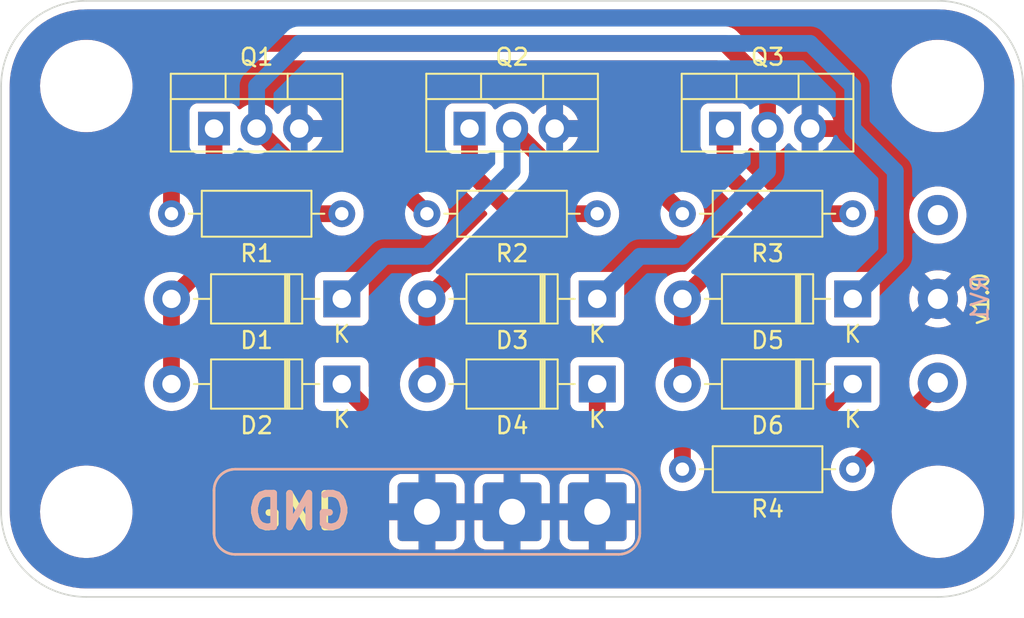
<source format=kicad_pcb>
(kicad_pcb (version 20211014) (generator pcbnew)

  (general
    (thickness 1.6)
  )

  (paper "A4")
  (title_block
    (title "${title}")
    (rev "${revision}")
    (company "${company}")
    (comment 1 "author: ${author}")
    (comment 2 "pid: ${pid}")
  )

  (layers
    (0 "F.Cu" signal)
    (31 "B.Cu" signal)
    (32 "B.Adhes" user "B.Adhesive")
    (33 "F.Adhes" user "F.Adhesive")
    (34 "B.Paste" user)
    (35 "F.Paste" user)
    (36 "B.SilkS" user "B.Silkscreen")
    (37 "F.SilkS" user "F.Silkscreen")
    (38 "B.Mask" user)
    (39 "F.Mask" user)
    (40 "Dwgs.User" user "User.Drawings")
    (41 "Cmts.User" user "User.Comments")
    (42 "Eco1.User" user "User.Eco1")
    (43 "Eco2.User" user "User.Eco2")
    (44 "Edge.Cuts" user)
    (45 "Margin" user)
    (46 "B.CrtYd" user "B.Courtyard")
    (47 "F.CrtYd" user "F.Courtyard")
    (48 "B.Fab" user)
    (49 "F.Fab" user)
    (50 "User.1" user)
    (51 "User.2" user)
    (52 "User.3" user)
    (53 "User.4" user)
    (54 "User.5" user)
    (55 "User.6" user)
    (56 "User.7" user)
    (57 "User.8" user)
    (58 "User.9" user)
  )

  (setup
    (stackup
      (layer "F.SilkS" (type "Top Silk Screen"))
      (layer "F.Paste" (type "Top Solder Paste"))
      (layer "F.Mask" (type "Top Solder Mask") (thickness 0.01))
      (layer "F.Cu" (type "copper") (thickness 0.035))
      (layer "dielectric 1" (type "core") (thickness 1.51) (material "FR4") (epsilon_r 4.5) (loss_tangent 0.02))
      (layer "B.Cu" (type "copper") (thickness 0.035))
      (layer "B.Mask" (type "Bottom Solder Mask") (thickness 0.01))
      (layer "B.Paste" (type "Bottom Solder Paste"))
      (layer "B.SilkS" (type "Bottom Silk Screen"))
      (copper_finish "None")
      (dielectric_constraints no)
    )
    (pad_to_mask_clearance 0.05)
    (solder_mask_min_width 0.2)
    (pcbplotparams
      (layerselection 0x00010fc_ffffffff)
      (disableapertmacros false)
      (usegerberextensions false)
      (usegerberattributes true)
      (usegerberadvancedattributes true)
      (creategerberjobfile true)
      (svguseinch false)
      (svgprecision 6)
      (excludeedgelayer true)
      (plotframeref false)
      (viasonmask false)
      (mode 1)
      (useauxorigin false)
      (hpglpennumber 1)
      (hpglpenspeed 20)
      (hpglpendiameter 15.000000)
      (dxfpolygonmode true)
      (dxfimperialunits true)
      (dxfusepcbnewfont true)
      (psnegative false)
      (psa4output false)
      (plotreference true)
      (plotvalue true)
      (plotinvisibletext false)
      (sketchpadsonfab false)
      (subtractmaskfromsilk false)
      (outputformat 1)
      (mirror false)
      (drillshape 0)
      (scaleselection 1)
      (outputdirectory "../production/gbr/")
    )
  )

  (property "author" "marble")
  (property "company" "WTF eG")
  (property "pid" "2022019")
  (property "revision" "1.0")
  (property "title" "Alternator Motor Driver")

  (net 0 "")
  (net 1 "V")
  (net 2 "W")
  (net 3 "U")
  (net 4 "GND")
  (net 5 "/gateU")
  (net 6 "/gateV")
  (net 7 "/gateW")
  (net 8 "/control")
  (net 9 "Net-(RV1-Pad3)")
  (net 10 "unconnected-(RV1-Pad1)")

  (footprint "Resistor_THT:R_Axial_DIN0207_L6.3mm_D2.5mm_P10.16mm_Horizontal" (layer "F.Cu") (at 149.86 91.44 180))

  (footprint "Diode_THT:D_DO-41_SOD81_P10.16mm_Horizontal" (layer "F.Cu") (at 134.619999 101.6 180))

  (footprint "Diode_THT:D_DO-41_SOD81_P10.16mm_Horizontal" (layer "F.Cu") (at 165.099999 96.52 180))

  (footprint "Package_TO_SOT_THT:TO-220-3_Vertical" (layer "F.Cu") (at 127 86.36))

  (footprint "MountingHole:MountingHole_4.5mm" (layer "F.Cu") (at 170.18 109.22))

  (footprint "Resistor_THT:R_Axial_DIN0207_L6.3mm_D2.5mm_P10.16mm_Horizontal" (layer "F.Cu") (at 134.62 91.44 180))

  (footprint "MountingHole:MountingHole_4.5mm" (layer "F.Cu") (at 119.38 109.22))

  (footprint "Diode_THT:D_DO-41_SOD81_P10.16mm_Horizontal" (layer "F.Cu") (at 134.62 96.52 180))

  (footprint "Connector_Wire:SolderWire-0.75sqmm_1x01_D1.25mm_OD3.5mm" (layer "F.Cu") (at 144.78 109.22))

  (footprint "Diode_THT:D_DO-41_SOD81_P10.16mm_Horizontal" (layer "F.Cu") (at 165.1 101.600001 180))

  (footprint "Diode_THT:D_DO-41_SOD81_P10.16mm_Horizontal" (layer "F.Cu") (at 149.86 101.6 180))

  (footprint "Resistor_THT:R_Axial_DIN0207_L6.3mm_D2.5mm_P10.16mm_Horizontal" (layer "F.Cu") (at 165.1 91.44 180))

  (footprint "MountingHole:MountingHole_4.5mm" (layer "F.Cu") (at 170.18 83.82))

  (footprint "Package_TO_SOT_THT:TO-220-3_Vertical" (layer "F.Cu") (at 142.24 86.36))

  (footprint "Connector_Wire:SolderWire-0.75sqmm_1x01_D1.25mm_OD3.5mm" (layer "F.Cu") (at 139.7 109.22))

  (footprint "Connector_Wire:SolderWire-0.75sqmm_1x01_D1.25mm_OD3.5mm" (layer "F.Cu") (at 149.86 109.22))

  (footprint "MountingHole:MountingHole_4.5mm" (layer "F.Cu") (at 119.38 83.82))

  (footprint "Resistor_THT:R_Axial_DIN0207_L6.3mm_D2.5mm_P10.16mm_Horizontal" (layer "F.Cu") (at 165.099999 106.68 180))

  (footprint "Package_TO_SOT_THT:TO-220-3_Vertical" (layer "F.Cu") (at 157.48 86.36))

  (footprint "Diode_THT:D_DO-41_SOD81_P10.16mm_Horizontal" (layer "F.Cu") (at 149.86 96.52 180))

  (footprint "Potentiometer_KLS:WH148 1A 4" (layer "B.Cu") (at 170.18 96.52 -90))

  (gr_line (start 127 110.49) (end 126.999999 107.95) (layer "B.SilkS") (width 0.15) (tstamp 8860bdda-2ec9-4edc-9950-c95b386ca833))
  (gr_line (start 152.4 107.949999) (end 152.400001 110.49) (layer "B.SilkS") (width 0.15) (tstamp 9df9206a-617f-4015-9d25-d907573f14e9))
  (gr_arc (start 152.400001 110.49) (mid 152.028026 111.388027) (end 151.129999 111.760001) (layer "B.SilkS") (width 0.15) (tstamp b3f920e3-504d-4b52-af07-b8704909852f))
  (gr_line (start 151.13 106.68) (end 128.27 106.679999) (layer "B.SilkS") (width 0.15) (tstamp b5a9386a-3952-4ad2-a9f5-7e1c985cbdc7))
  (gr_arc (start 128.27 111.76) (mid 127.371974 111.388026) (end 127 110.49) (layer "B.SilkS") (width 0.15) (tstamp c55c6674-e0fd-4c6d-a95a-b205593f8738))
  (gr_arc (start 151.13 106.68) (mid 152.028025 107.051974) (end 152.4 107.949999) (layer "B.SilkS") (width 0.15) (tstamp cd82d9fb-d67e-459f-88dc-ad5347616500))
  (gr_line (start 128.27 111.76) (end 151.129999 111.760001) (layer "B.SilkS") (width 0.15) (tstamp f60c48fa-4f02-4a85-81c7-347dfe8ad709))
  (gr_arc (start 126.999999 107.95) (mid 127.371974 107.051974) (end 128.27 106.679999) (layer "B.SilkS") (width 0.15) (tstamp fa71fe36-6864-4ab6-b47e-b4d31b5262e1))
  (gr_line (start 128.270001 111.760001) (end 151.13 111.76) (layer "F.SilkS") (width 0.15) (tstamp 0d01038a-6be7-41a8-b2ee-fac3f2c8b96b))
  (gr_line (start 126.999999 110.49) (end 127 107.949999) (layer "F.SilkS") (width 0.15) (tstamp 15590b11-22cf-44e5-a56f-ee7d1314162a))
  (gr_line (start 152.400001 107.95) (end 152.4 110.49) (layer "F.SilkS") (width 0.15) (tstamp 2e742cfb-bc70-481d-920f-ed67acb0ba9f))
  (gr_arc (start 152.4 110.49) (mid 152.028026 111.388026) (end 151.13 111.76) (layer "F.SilkS") (width 0.15) (tstamp 417ca8fc-177e-4848-9ea7-efa9ae323c62))
  (gr_arc (start 127 107.949999) (mid 127.371975 107.051974) (end 128.27 106.68) (layer "F.SilkS") (width 0.15) (tstamp 44b84c80-b83b-4e88-81b6-0f5180b0864f))
  (gr_line (start 151.13 106.679999) (end 128.27 106.68) (layer "F.SilkS") (width 0.15) (tstamp 7c94164b-9adf-40e6-88ea-7afcf4964260))
  (gr_arc (start 128.270001 111.760001) (mid 127.371974 111.388027) (end 126.999999 110.49) (layer "F.SilkS") (width 0.15) (tstamp ae79e2bb-eeee-42f6-9ba4-430fbde10857))
  (gr_arc (start 151.13 106.679999) (mid 152.028026 107.051974) (end 152.400001 107.95) (layer "F.SilkS") (width 0.15) (tstamp f1c20a76-5b8b-40f1-b993-2799c0577fab))
  (gr_arc (start 114.3 83.82) (mid 115.787898 80.227898) (end 119.38 78.74) (layer "Edge.Cuts") (width 0.1) (tstamp 09725d59-c011-4d6a-a78d-9cb92b293feb))
  (gr_line (start 170.18 114.299999) (end 119.38 114.299999) (layer "Edge.Cuts") (width 0.1) (tstamp 10339f72-324b-47c6-aba0-60ee298ac344))
  (gr_line (start 175.259999 83.82) (end 175.259999 109.22) (layer "Edge.Cuts") (width 0.1) (tstamp 23ca6a3c-8758-4858-966f-8e02b905cca9))
  (gr_line (start 114.300001 109.22) (end 114.3 83.82) (layer "Edge.Cuts") (width 0.1) (tstamp 304857ec-2494-4e6c-813b-0425c3137ae1))
  (gr_line (start 119.38 78.74) (end 170.18 78.740001) (layer "Edge.Cuts") (width 0.1) (tstamp 6cdbe2c2-5829-4f74-bd30-24aed60968f7))
  (gr_arc (start 175.259999 109.22) (mid 173.772102 112.812102) (end 170.18 114.299999) (layer "Edge.Cuts") (width 0.1) (tstamp 864145f5-5fe3-4402-b475-cafbd7b76ab2))
  (gr_arc (start 119.38 114.299999) (mid 115.787898 112.812102) (end 114.300001 109.22) (layer "Edge.Cuts") (width 0.1) (tstamp b825ae53-45fb-4ee2-86a8-19e3fa9826da))
  (gr_arc (start 170.18 78.740001) (mid 173.772102 80.227898) (end 175.259999 83.82) (layer "Edge.Cuts") (width 0.1) (tstamp ea4e4ed3-16c7-4721-970d-2a0cfc762ad6))
  (gr_text "GND" (at 132.079811 109.207637) (layer "B.SilkS") (tstamp 23c873c1-d949-4a80-bdd6-a682f8c351e4)
    (effects (font (size 2 2) (thickness 0.4)) (justify mirror))
  )
  (gr_text "GND" (at 132.08 109.22) (layer "F.SilkS") (tstamp 86855e0c-2d94-4d1a-bf12-ff39b5691064)
    (effects (font (size 2 2) (thickness 0.4)))
  )
  (gr_text "v${revision}" (at 172.72 96.52 90) (layer "F.SilkS") (tstamp b1e40fc5-14c1-4f2b-b8d6-e57f98cbd09e)
    (effects (font (size 1 1) (thickness 0.15)))
  )

  (segment (start 152.4 88.9) (end 154.94 91.44) (width 1) (layer "F.Cu") (net 1) (tstamp 24ff7154-1b34-4644-a088-e44791d79976))
  (segment (start 144.78 86.36) (end 147.32 88.9) (width 1) (layer "F.Cu") (net 1) (tstamp 6a03cbb4-ca5d-452e-b8f2-011ad95fb69a))
  (segment (start 147.32 88.9) (end 152.4 88.9) (width 1) (layer "F.Cu") (net 1) (tstamp af7747b0-6d98-44ba-a85a-6d97d42080ae))
  (segment (start 144.78 88.9) (end 144.78 86.36) (width 1) (layer "B.Cu") (net 1) (tstamp 0af314a0-c8c6-4ddf-afdf-5eabec134361))
  (segment (start 134.62 96.52) (end 137.16 93.98) (width 1) (layer "B.Cu") (net 1) (tstamp 5d52d370-c7d1-4105-abd4-951e66ad2ee3))
  (segment (start 139.7 93.98) (end 144.78 88.9) (width 1) (layer "B.Cu") (net 1) (tstamp 6e03bebe-7082-4387-96a6-26b9440036ab))
  (segment (start 137.16 93.98) (end 139.7 93.98) (width 1) (layer "B.Cu") (net 1) (tstamp f8f2c0aa-4b43-4c8e-aa56-96fb8b265635))
  (segment (start 160.02 83.82) (end 160.02 86.36) (width 1) (layer "F.Cu") (net 2) (tstamp 4c83dfff-e49f-408e-8232-ec46159c097a))
  (segment (start 124.46 83.82) (end 127 81.28) (width 1) (layer "F.Cu") (net 2) (tstamp 6f3e301b-d6fe-4ecd-ab99-3c95a7d5264b))
  (segment (start 124.46 91.44) (end 124.46 83.82) (width 1) (layer "F.Cu") (net 2) (tstamp 858391f0-f4d3-4b67-9763-40de939c06b2))
  (segment (start 157.48 81.28) (end 160.02 83.82) (width 1) (layer "F.Cu") (net 2) (tstamp bbdeef9c-579f-436f-bf04-5874d90aa736))
  (segment (start 127 81.28) (end 157.48 81.28) (width 1) (layer "F.Cu") (net 2) (tstamp beaae383-b3cd-4cb7-b8e3-68488b82b7cf))
  (segment (start 160.02 88.9) (end 154.94 93.98) (width 1) (layer "B.Cu") (net 2) (tstamp 2e5257c1-acef-4ca0-a606-1f45905fb78d))
  (segment (start 160.02 86.36) (end 160.02 88.9) (width 1) (layer "B.Cu") (net 2) (tstamp 8e5a957c-4393-4c8d-8da8-444447805bdd))
  (segment (start 152.4 93.98) (end 154.94 93.98) (width 1) (layer "B.Cu") (net 2) (tstamp b545fb4e-6775-43a5-abce-9b345313bd18))
  (segment (start 149.86 96.52) (end 152.4 93.98) (width 1) (layer "B.Cu") (net 2) (tstamp b898c3c5-abf6-4720-baca-53290cbb6dba))
  (segment (start 132.08 88.9) (end 137.16 88.9) (width 1) (layer "F.Cu") (net 3) (tstamp 6b937178-6286-46f9-bd4d-e5e46c32c368))
  (segment (start 137.16 88.9) (end 139.7 91.44) (width 1) (layer "F.Cu") (net 3) (tstamp b6b7b2a7-dfaf-4639-afc7-d4cb36c1d240))
  (segment (start 129.54 86.36) (end 132.08 88.9) (width 1) (layer "F.Cu") (net 3) (tstamp b982c823-7fdb-48f4-b344-ed615042ab7a))
  (segment (start 129.54 83.82) (end 132.08 81.28) (width 1) (layer "B.Cu") (net 3) (tstamp 3adeefe6-0fc2-4a6e-8936-69c69eba65f0))
  (segment (start 165.1 86.36) (end 167.64 88.9) (width 1) (layer "B.Cu") (net 3) (tstamp 4c66d66e-485b-4f76-a2bc-8ddf5e7f6f4f))
  (segment (start 162.56 81.28) (end 165.1 83.82) (width 1) (layer "B.Cu") (net 3) (tstamp 6bde1988-30ef-4003-a663-1ef0ac61d01c))
  (segment (start 132.08 81.28) (end 162.56 81.28) (width 1) (layer "B.Cu") (net 3) (tstamp 70b59ab4-a51e-4cb0-bd1c-83bbd1ba80e3))
  (segment (start 167.64 93.98) (end 165.099999 96.52) (width 1) (layer "B.Cu") (net 3) (tstamp c978caaa-34e0-4971-bb18-a87c9b83b6af))
  (segment (start 129.54 86.36) (end 129.54 83.82) (width 1) (layer "B.Cu") (net 3) (tstamp d4fc0486-a368-4f86-b966-dfe2a9efac6e))
  (segment (start 165.1 83.82) (end 165.1 86.36) (width 1) (layer "B.Cu") (net 3) (tstamp e81863ae-2ea4-4a8b-a442-07ddeb917f20))
  (segment (start 167.64 88.9) (end 167.64 93.98) (width 1) (layer "B.Cu") (net 3) (tstamp f36f2ff8-3339-4d82-89b3-c8f3a8376495))
  (segment (start 129.54 91.44) (end 124.46 96.52) (width 1) (layer "F.Cu") (net 5) (tstamp 3904c127-c6a0-434c-aada-1710f0eebe57))
  (segment (start 127 86.36) (end 127 88.9) (width 1) (layer "F.Cu") (net 5) (tstamp 3c0f8d81-4dcf-4133-a83f-cebcb57238f1))
  (segment (start 127 88.9) (end 129.54 91.44) (width 1) (layer "F.Cu") (net 5) (tstamp 5d26bf45-6600-483d-a169-cdeeb66ddaa6))
  (segment (start 134.62 91.44) (end 129.54 91.44) (width 1) (layer "F.Cu") (net 5) (tstamp ad57e606-2673-47bd-9b7f-18ba6c3718e9))
  (segment (start 124.459999 101.6) (end 124.46 96.52) (width 1) (layer "F.Cu") (net 5) (tstamp fc7a1df3-5dd9-4be7-979e-36344ec6c4f4))
  (segment (start 142.24 88.9) (end 144.78 91.44) (width 1) (layer "F.Cu") (net 6) (tstamp 0c1b84c7-e1fa-4a3d-9b39-8141ba9039b3))
  (segment (start 142.24 86.36) (end 142.24 88.9) (width 1) (layer "F.Cu") (net 6) (tstamp 4153ff4e-4330-4b4c-9d27-3328391e7e59))
  (segment (start 144.78 91.44) (end 142.24 93.98) (width 1) (layer "F.Cu") (net 6) (tstamp 41727f3a-8716-4913-b996-8e746d9c934c))
  (segment (start 139.7 101.6) (end 139.7 96.52) (width 1) (layer "F.Cu") (net 6) (tstamp 7b514885-37bf-4b91-9735-a37a59fea1bc))
  (segment (start 149.86 91.44) (end 144.78 91.44) (width 1) (layer "F.Cu") (net 6) (tstamp 89ffdaa0-7747-43db-863a-618950e96e46))
  (segment (start 139.7 96.52) (end 142.24 93.98) (width 1) (layer "F.Cu") (net 6) (tstamp 9603a786-65a1-42e5-bb36-4b13e9ac2f56))
  (segment (start 157.48 88.9) (end 160.02 91.44) (width 1) (layer "F.Cu") (net 7) (tstamp 03f67d00-671b-42ab-9c08-8e657732f7b6))
  (segment (start 157.48 86.36) (end 157.48 88.9) (width 1) (layer "F.Cu") (net 7) (tstamp 081253a6-d351-43fa-8eef-63ebc703b7b6))
  (segment (start 160.02 91.44) (end 165.1 91.44) (width 1) (layer "F.Cu") (net 7) (tstamp 097598e2-f26a-4dbe-8991-48d879dfadaf))
  (segment (start 154.94 101.600001) (end 154.939999 96.52) (width 1) (layer "F.Cu") (net 7) (tstamp 1821e7e1-a21f-4a89-a7de-a282b0956046))
  (segment (start 160.02 91.44) (end 154.939999 96.52) (width 1) (layer "F.Cu") (net 7) (tstamp 645a2b30-b42b-4c09-a9ab-cecf4bf6d308))
  (segment (start 134.62 101.6) (end 137.16 104.14) (width 1) (layer "F.Cu") (net 8) (tstamp 311340a8-8bec-42f8-bb78-3fb45a2decac))
  (segment (start 154.94 104.14) (end 162.56 104.14) (width 1) (layer "F.Cu") (net 8) (tstamp 6b448ed8-0d45-47e0-a43f-f6fccc813328))
  (segment (start 162.56 104.14) (end 165.1 101.600001) (width 1) (layer "F.Cu") (net 8) (tstamp 8cfdefad-b13f-41a7-8c3a-344d0b5bbb3b))
  (segment (start 137.16 104.14) (end 149.86 104.14) (width 1) (layer "F.Cu") (net 8) (tstamp aa49d039-3d9a-4907-be8d-9e28b3a49772))
  (segment (start 149.86 104.14) (end 149.86 101.6) (width 1) (layer "F.Cu") (net 8) (tstamp b466d4b3-454c-49d8-bed5-486341de3a45))
  (segment (start 134.619999 101.6) (end 134.62 101.6) (width 1) (layer "F.Cu") (net 8) (tstamp bb6c661c-28d2-4e2e-a1f1-ee0a0cf29f29))
  (segment (start 149.86 104.14) (end 154.94 104.14) (width 1) (layer "F.Cu") (net 8) (tstamp da404481-1283-4590-9f6d-966865b64306))
  (segment (start 154.939999 106.68) (end 154.94 104.14) (width 1) (layer "F.Cu") (net 8) (tstamp e5b3e95d-9075-41b5-9f7c-a2a9f4d0baf6))
  (segment (start 170.18 101.599999) (end 170.18 101.52) (width 1) (layer "F.Cu") (net 9) (tstamp 58e2387a-2f30-40ae-9aa1-502b319992fa))
  (segment (start 165.099999 106.68) (end 170.18 101.599999) (width 1) (layer "F.Cu") (net 9) (tstamp c28236d4-4748-451e-a903-7849aeb9afcb))

  (zone (net 4) (net_name "GND") (layers F&B.Cu) (tstamp 99283ca6-c826-4175-b732-07dd377c60f8) (hatch edge 0.508)
    (connect_pads (clearance 0.508))
    (min_thickness 0.254) (filled_areas_thickness no)
    (fill yes (thermal_gap 0.508) (thermal_bridge_width 1))
    (polygon
      (pts
        (xy 175.26 114.3)
        (xy 114.3 114.3)
        (xy 114.3 78.74)
        (xy 175.26 78.74)
      )
    )
    (filled_polygon
      (layer "F.Cu")
      (pts
        (xy 170.130633 79.248501)
        (xy 170.150018 79.250001)
        (xy 170.164851 79.252311)
        (xy 170.164855 79.252311)
        (xy 170.173724 79.253692)
        (xy 170.194183 79.251017)
        (xy 170.216008 79.250073)
        (xy 170.572937 79.265657)
        (xy 170.583885 79.266615)
        (xy 170.968389 79.317235)
        (xy 170.979194 79.319141)
        (xy 171.357826 79.403082)
        (xy 171.368436 79.405925)
        (xy 171.738302 79.522543)
        (xy 171.748615 79.526296)
        (xy 172.106932 79.674716)
        (xy 172.116876 79.679354)
        (xy 172.460865 79.858423)
        (xy 172.460867 79.858424)
        (xy 172.470385 79.863919)
        (xy 172.633927 79.968106)
        (xy 172.797467 80.072293)
        (xy 172.806471 80.078598)
        (xy 173.114137 80.314679)
        (xy 173.122557 80.321744)
        (xy 173.152912 80.349559)
        (xy 173.399792 80.575782)
        (xy 173.408482 80.583745)
        (xy 173.416251 80.591514)
        (xy 173.585971 80.776731)
        (xy 173.678256 80.877443)
        (xy 173.685321 80.885863)
        (xy 173.921402 81.193529)
        (xy 173.927707 81.202533)
        (xy 174.13608 81.529614)
        (xy 174.14157 81.539123)
        (xy 174.320642 81.883115)
        (xy 174.325284 81.893068)
        (xy 174.407571 82.091726)
        (xy 174.473701 82.251377)
        (xy 174.477457 82.261698)
        (xy 174.57024 82.555969)
        (xy 174.594075 82.631563)
        (xy 174.596918 82.642174)
        (xy 174.680857 83.020795)
        (xy 174.682765 83.031611)
        (xy 174.733385 83.416114)
        (xy 174.734343 83.427063)
        (xy 174.74925 83.768479)
        (xy 174.749602 83.776552)
        (xy 174.748222 83.801429)
        (xy 174.746308 83.813724)
        (xy 174.747472 83.822626)
        (xy 174.747472 83.822628)
        (xy 174.750435 83.845283)
        (xy 174.751499 83.861621)
        (xy 174.751499 109.170633)
        (xy 174.749999 109.190018)
        (xy 174.747689 109.204851)
        (xy 174.747689 109.204855)
        (xy 174.746308 109.213724)
        (xy 174.748983 109.234183)
        (xy 174.749927 109.256012)
        (xy 174.734343 109.612936)
        (xy 174.733385 109.623885)
        (xy 174.697448 109.896862)
        (xy 174.682766 110.008381)
        (xy 174.680859 110.019194)
        (xy 174.59692 110.39782)
        (xy 174.594075 110.408436)
        (xy 174.478953 110.77356)
        (xy 174.47746 110.778294)
        (xy 174.473704 110.788615)
        (xy 174.360853 111.061062)
        (xy 174.325288 111.146923)
        (xy 174.320646 111.156876)
        (xy 174.15348 111.477999)
        (xy 174.141576 111.500867)
        (xy 174.13608 111.510387)
        (xy 173.927707 111.837467)
        (xy 173.921402 111.846471)
        (xy 173.685321 112.154137)
        (xy 173.678256 112.162557)
        (xy 173.416255 112.448482)
        (xy 173.408482 112.456255)
        (xy 173.122557 112.718256)
        (xy 173.114137 112.725321)
        (xy 172.806471 112.961402)
        (xy 172.797467 112.967707)
        (xy 172.47253 113.174715)
        (xy 172.470387 113.17608)
        (xy 172.460868 113.181575)
        (xy 172.116876 113.360646)
        (xy 172.106932 113.365284)
        (xy 171.748615 113.513704)
        (xy 171.738302 113.517457)
        (xy 171.368437 113.634075)
        (xy 171.357826 113.636918)
        (xy 170.979194 113.720859)
        (xy 170.968389 113.722765)
        (xy 170.583886 113.773385)
        (xy 170.572937 113.774343)
        (xy 170.223446 113.789602)
        (xy 170.198571 113.788222)
        (xy 170.186276 113.786308)
        (xy 170.177374 113.787472)
        (xy 170.177372 113.787472)
        (xy 170.162323 113.78944)
        (xy 170.154714 113.790435)
        (xy 170.138379 113.791499)
        (xy 119.429367 113.791499)
        (xy 119.409982 113.789999)
        (xy 119.395149 113.787689)
        (xy 119.395145 113.787689)
        (xy 119.386276 113.786308)
        (xy 119.365817 113.788983)
        (xy 119.343992 113.789927)
        (xy 118.987063 113.774343)
        (xy 118.976114 113.773385)
        (xy 118.591611 113.722765)
        (xy 118.580806 113.720859)
        (xy 118.202174 113.636918)
        (xy 118.191563 113.634075)
        (xy 117.821698 113.517457)
        (xy 117.811385 113.513704)
        (xy 117.453068 113.365284)
        (xy 117.443133 113.360651)
        (xy 117.099123 113.18157)
        (xy 117.089614 113.17608)
        (xy 117.087472 113.174715)
        (xy 116.762533 112.967707)
        (xy 116.753529 112.961402)
        (xy 116.445863 112.725321)
        (xy 116.437443 112.718256)
        (xy 116.151518 112.456255)
        (xy 116.143745 112.448482)
        (xy 115.881744 112.162557)
        (xy 115.874679 112.154137)
        (xy 115.638598 111.846471)
        (xy 115.632293 111.837467)
        (xy 115.42392 111.510387)
        (xy 115.418424 111.500867)
        (xy 115.40652 111.477999)
        (xy 115.239354 111.156876)
        (xy 115.234712 111.146923)
        (xy 115.199148 111.061062)
        (xy 115.086296 110.788615)
        (xy 115.08254 110.778294)
        (xy 115.081048 110.77356)
        (xy 114.965925 110.408436)
        (xy 114.96308 110.39782)
        (xy 114.879141 110.019194)
        (xy 114.877234 110.008381)
        (xy 114.862553 109.896862)
        (xy 114.826615 109.623885)
        (xy 114.825657 109.612936)
        (xy 114.810562 109.267208)
        (xy 114.812189 109.240805)
        (xy 114.81277 109.237352)
        (xy 114.812771 109.237345)
        (xy 114.813577 109.232552)
        (xy 114.81373 109.22)
        (xy 114.811658 109.20553)
        (xy 116.616496 109.20553)
        (xy 116.616704 109.20931)
        (xy 116.616704 109.209311)
        (xy 116.618089 109.23447)
        (xy 116.634773 109.537634)
        (xy 116.635434 109.541361)
        (xy 116.635434 109.541365)
        (xy 116.681358 109.80049)
        (xy 116.692815 109.865136)
        (xy 116.789782 110.183293)
        (xy 116.791313 110.186757)
        (xy 116.791316 110.186764)
        (xy 116.87407 110.373949)
        (xy 116.924269 110.487497)
        (xy 116.926205 110.490751)
        (xy 116.926208 110.490757)
        (xy 116.946947 110.525616)
        (xy 117.094328 110.773341)
        (xy 117.297496 111.036684)
        (xy 117.530829 111.273712)
        (xy 117.698396 111.407239)
        (xy 117.787196 111.478)
        (xy 117.790949 111.480991)
        (xy 118.074086 111.655519)
        (xy 118.37614 111.794768)
        (xy 118.37974 111.795927)
        (xy 118.379747 111.79593)
        (xy 118.689126 111.895558)
        (xy 118.689129 111.895559)
        (xy 118.692735 111.89672)
        (xy 118.696451 111.897439)
        (xy 118.696459 111.897441)
        (xy 119.015567 111.959181)
        (xy 119.015573 111.959182)
        (xy 119.019285 111.9599)
        (xy 119.023061 111.960167)
        (xy 119.023066 111.960168)
        (xy 119.123767 111.967297)
        (xy 119.281994 111.9785)
        (xy 119.463635 111.9785)
        (xy 119.465501 111.978388)
        (xy 119.465518 111.978387)
        (xy 119.708228 111.963755)
        (xy 119.708235 111.963754)
        (xy 119.712003 111.963527)
        (xy 119.896401 111.929849)
        (xy 120.03547 111.904451)
        (xy 120.035475 111.90445)
        (xy 120.039197 111.90377)
        (xy 120.042809 111.902649)
        (xy 120.042815 111.902647)
        (xy 120.262827 111.834332)
        (xy 120.356843 111.805139)
        (xy 120.660338 111.669061)
        (xy 120.801445 111.584108)
        (xy 120.942034 111.499466)
        (xy 120.94204 111.499462)
        (xy 120.945287 111.497507)
        (xy 120.948271 111.49518)
        (xy 120.948278 111.495175)
        (xy 121.204575 111.295294)
        (xy 121.204582 111.295288)
        (xy 121.207563 111.292963)
        (xy 121.443366 111.058392)
        (xy 121.64928 110.797191)
        (xy 121.667616 110.767093)
        (xy 137.442001 110.767093)
        (xy 137.442338 110.773612)
        (xy 137.452257 110.869205)
        (xy 137.455149 110.882599)
        (xy 137.506588 111.036783)
        (xy 137.512761 111.049961)
        (xy 137.598063 111.187806)
        (xy 137.607099 111.199207)
        (xy 137.72183 111.313739)
        (xy 137.733241 111.322751)
        (xy 137.871244 111.407816)
        (xy 137.884425 111.413963)
        (xy 138.038711 111.465138)
        (xy 138.052087 111.468005)
        (xy 138.14644 111.477672)
        (xy 138.152856 111.478)
        (xy 139.181885 111.478)
        (xy 139.197124 111.473525)
        (xy 139.198329 111.472135)
        (xy 139.2 111.464452)
        (xy 139.2 111.459884)
        (xy 140.2 111.459884)
        (xy 140.204475 111.475123)
        (xy 140.205865 111.476328)
        (xy 140.213548 111.477999)
        (xy 141.247093 111.477999)
        (xy 141.253612 111.477662)
        (xy 141.349205 111.467743)
        (xy 141.362599 111.464851)
        (xy 141.516783 111.413412)
        (xy 141.529961 111.407239)
        (xy 141.667806 111.321937)
        (xy 141.679207 111.312901)
        (xy 141.793739 111.19817)
        (xy 141.802751 111.186759)
        (xy 141.887816 111.048756)
        (xy 141.893963 111.035575)
        (xy 141.945138 110.881289)
        (xy 141.948005 110.867913)
        (xy 141.957672 110.77356)
        (xy 141.958 110.767144)
        (xy 141.958 110.767093)
        (xy 142.522001 110.767093)
        (xy 142.522338 110.773612)
        (xy 142.532257 110.869205)
        (xy 142.535149 110.882599)
        (xy 142.586588 111.036783)
        (xy 142.592761 111.049961)
        (xy 142.678063 111.187806)
        (xy 142.687099 111.199207)
        (xy 142.80183 111.313739)
        (xy 142.813241 111.322751)
        (xy 142.951244 111.407816)
        (xy 142.964425 111.413963)
        (xy 143.118711 111.465138)
        (xy 143.132087 111.468005)
        (xy 143.22644 111.477672)
        (xy 143.232856 111.478)
        (xy 144.261885 111.478)
        (xy 144.277124 111.473525)
        (xy 144.278329 111.472135)
        (xy 144.28 111.464452)
        (xy 144.28 111.459884)
        (xy 145.28 111.459884)
        (xy 145.284475 111.475123)
        (xy 145.285865 111.476328)
        (xy 145.293548 111.477999)
        (xy 146.327093 111.477999)
        (xy 146.333612 111.477662)
        (xy 146.429205 111.467743)
        (xy 146.442599 111.464851)
        (xy 146.596783 111.413412)
        (xy 146.609961 111.407239)
        (xy 146.747806 111.321937)
        (xy 146.759207 111.312901)
        (xy 146.873739 111.19817)
        (xy 146.882751 111.186759)
        (xy 146.967816 111.048756)
        (xy 146.973963 111.035575)
        (xy 147.025138 110.881289)
        (xy 147.028005 110.867913)
        (xy 147.037672 110.77356)
        (xy 147.038 110.767144)
        (xy 147.038 110.767093)
        (xy 147.602001 110.767093)
        (xy 147.602338 110.773612)
        (xy 147.612257 110.869205)
        (xy 147.615149 110.882599)
        (xy 147.666588 111.036783)
        (xy 147.672761 111.049961)
        (xy 147.758063 111.187806)
        (xy 147.767099 111.199207)
        (xy 147.88183 111.313739)
        (xy 147.893241 111.322751)
        (xy 148.031244 111.407816)
        (xy 148.044425 111.413963)
        (xy 148.198711 111.465138)
        (xy 148.212087 111.468005)
        (xy 148.30644 111.477672)
        (xy 148.312856 111.478)
        (xy 149.341885 111.478)
        (xy 149.357124 111.473525)
        (xy 149.358329 111.472135)
        (xy 149.36 111.464452)
        (xy 149.36 111.459884)
        (xy 150.36 111.459884)
        (xy 150.364475 111.475123)
        (xy 150.365865 111.476328)
        (xy 150.373548 111.477999)
        (xy 151.407093 111.477999)
        (xy 151.413612 111.477662)
        (xy 151.509205 111.467743)
        (xy 151.522599 111.464851)
        (xy 151.676783 111.413412)
        (xy 151.689961 111.407239)
        (xy 151.827806 111.321937)
        (xy 151.839207 111.312901)
        (xy 151.953739 111.19817)
        (xy 151.962751 111.186759)
        (xy 152.047816 111.048756)
        (xy 152.053963 111.035575)
        (xy 152.105138 110.881289)
        (xy 152.108005 110.867913)
        (xy 152.117672 110.77356)
        (xy 152.118 110.767144)
        (xy 152.118 109.738115)
        (xy 152.113525 109.722876)
        (xy 152.112135 109.721671)
        (xy 152.104452 109.72)
        (xy 150.378115 109.72)
        (xy 150.362876 109.724475)
        (xy 150.361671 109.725865)
        (xy 150.36 109.733548)
        (xy 150.36 111.459884)
        (xy 149.36 111.459884)
        (xy 149.36 109.738115)
        (xy 149.355525 109.722876)
        (xy 149.354135 109.721671)
        (xy 149.346452 109.72)
        (xy 147.620116 109.72)
        (xy 147.604877 109.724475)
        (xy 147.603672 109.725865)
        (xy 147.602001 109.733548)
        (xy 147.602001 110.767093)
        (xy 147.038 110.767093)
        (xy 147.038 109.738115)
        (xy 147.033525 109.722876)
        (xy 147.032135 109.721671)
        (xy 147.024452 109.72)
        (xy 145.298115 109.72)
        (xy 145.282876 109.724475)
        (xy 145.281671 109.725865)
        (xy 145.28 109.733548)
        (xy 145.28 111.459884)
        (xy 144.28 111.459884)
        (xy 144.28 109.738115)
        (xy 144.275525 109.722876)
        (xy 144.274135 109.721671)
        (xy 144.266452 109.72)
        (xy 142.540116 109.72)
        (xy 142.524877 109.724475)
        (xy 142.523672 109.725865)
        (xy 142.522001 109.733548)
        (xy 142.522001 110.767093)
        (xy 141.958 110.767093)
        (xy 141.958 109.738115)
        (xy 141.953525 109.722876)
        (xy 141.952135 109.721671)
        (xy 141.944452 109.72)
        (xy 140.218115 109.72)
        (xy 140.202876 109.724475)
        (xy 140.201671 109.725865)
        (xy 140.2 109.733548)
        (xy 140.2 111.459884)
        (xy 139.2 111.459884)
        (xy 139.2 109.738115)
        (xy 139.195525 109.722876)
        (xy 139.194135 109.721671)
        (xy 139.186452 109.72)
        (xy 137.460116 109.72)
        (xy 137.444877 109.724475)
        (xy 137.443672 109.725865)
        (xy 137.442001 109.733548)
        (xy 137.442001 110.767093)
        (xy 121.667616 110.767093)
        (xy 121.822323 110.513144)
        (xy 121.877383 110.392046)
        (xy 121.95842 110.213817)
        (xy 121.958423 110.213809)
        (xy 121.959989 110.210365)
        (xy 122.060282 109.89324)
        (xy 122.121751 109.566364)
        (xy 122.143504 109.23447)
        (xy 122.141911 109.20553)
        (xy 167.416496 109.20553)
        (xy 167.416704 109.20931)
        (xy 167.416704 109.209311)
        (xy 167.418089 109.23447)
        (xy 167.434773 109.537634)
        (xy 167.435434 109.541361)
        (xy 167.435434 109.541365)
        (xy 167.481358 109.80049)
        (xy 167.492815 109.865136)
        (xy 167.589782 110.183293)
        (xy 167.591313 110.186757)
        (xy 167.591316 110.186764)
        (xy 167.67407 110.373949)
        (xy 167.724269 110.487497)
        (xy 167.726205 110.490751)
        (xy 167.726208 110.490757)
        (xy 167.746947 110.525616)
        (xy 167.894328 110.773341)
        (xy 168.097496 111.036684)
        (xy 168.330829 111.273712)
        (xy 168.498396 111.407239)
        (xy 168.587196 111.478)
        (xy 168.590949 111.480991)
        (xy 168.874086 111.655519)
        (xy 169.17614 111.794768)
        (xy 169.17974 111.795927)
        (xy 169.179747 111.79593)
        (xy 169.489126 111.895558)
        (xy 169.489129 111.895559)
        (xy 169.492735 111.89672)
        (xy 169.496451 111.897439)
        (xy 169.496459 111.897441)
        (xy 169.815567 111.959181)
        (xy 169.815573 111.959182)
        (xy 169.819285 111.9599)
        (xy 169.823061 111.960167)
        (xy 169.823066 111.960168)
        (xy 169.923767 111.967297)
        (xy 170.081994 111.9785)
        (xy 170.263635 111.9785)
        (xy 170.265501 111.978388)
        (xy 170.265518 111.978387)
        (xy 170.508228 111.963755)
        (xy 170.508235 111.963754)
        (xy 170.512003 111.963527)
        (xy 170.696401 111.929849)
        (xy 170.83547 111.904451)
        (xy 170.835475 111.90445)
        (xy 170.839197 111.90377)
        (xy 170.842809 111.902649)
        (xy 170.842815 111.902647)
        (xy 171.062827 111.834332)
        (xy 171.156843 111.805139)
        (xy 171.460338 111.669061)
        (xy 171.601445 111.584108)
        (xy 171.742034 111.499466)
        (xy 171.74204 111.499462)
        (xy 171.745287 111.497507)
        (xy 171.748271 111.49518)
        (xy 171.748278 111.495175)
        (xy 172.004575 111.295294)
        (xy 172.004582 111.295288)
        (xy 172.007563 111.292963)
        (xy 172.243366 111.058392)
        (xy 172.44928 110.797191)
        (xy 172.622323 110.513144)
        (xy 172.677383 110.392046)
        (xy 172.75842 110.213817)
        (xy 172.758423 110.213809)
        (xy 172.759989 110.210365)
        (xy 172.860282 109.89324)
        (xy 172.921751 109.566364)
        (xy 172.943504 109.23447)
        (xy 172.925227 108.902366)
        (xy 172.919476 108.869913)
        (xy 172.867846 108.578594)
        (xy 172.867185 108.574864)
        (xy 172.770218 108.256707)
        (xy 172.768687 108.253243)
        (xy 172.768684 108.253236)
        (xy 172.68593 108.066051)
        (xy 172.635731 107.952503)
        (xy 172.622523 107.930301)
        (xy 172.467611 107.669918)
        (xy 172.46761 107.669917)
        (xy 172.465672 107.666659)
        (xy 172.262504 107.403316)
        (xy 172.029171 107.166288)
        (xy 171.785676 106.972257)
        (xy 171.772019 106.961374)
        (xy 171.772018 106.961373)
        (xy 171.769051 106.959009)
        (xy 171.485914 106.784481)
        (xy 171.18386 106.645232)
        (xy 171.18026 106.644073)
        (xy 171.180253 106.64407)
        (xy 170.870874 106.544442)
        (xy 170.870871 106.544441)
        (xy 170.867265 106.54328)
        (xy 170.863549 106.542561)
        (xy 170.863541 106.542559)
        (xy 170.544433 106.480819)
        (xy 170.544427 106.480818)
        (xy 170.540715 106.4801)
        (xy 170.536939 106.479833)
        (xy 170.536934 106.479832)
        (xy 170.436233 106.472703)
        (xy 170.278006 106.4615)
        (xy 170.096365 106.4615)
        (xy 170.094499 106.461612)
        (xy 170.094482 106.461613)
        (xy 169.851772 106.476245)
        (xy 169.851765 106.476246)
        (xy 169.847997 106.476473)
        (xy 169.663599 106.510151)
        (xy 169.52453 106.535549)
        (xy 169.524525 106.53555)
        (xy 169.520803 106.53623)
        (xy 169.517191 106.537351)
        (xy 169.517185 106.537353)
        (xy 169.297173 106.605668)
        (xy 169.203157 106.634861)
        (xy 168.899662 106.770939)
        (xy 168.76962 106.849231)
        (xy 168.617966 106.940534)
        (xy 168.61796 106.940538)
        (xy 168.614713 106.942493)
        (xy 168.611729 106.94482)
        (xy 168.611722 106.944825)
        (xy 168.355425 107.144706)
        (xy 168.355418 107.144712)
        (xy 168.352437 107.147037)
        (xy 168.116634 107.381608)
        (xy 167.91072 107.642809)
        (xy 167.737677 107.926856)
        (xy 167.707377 107.993498)
        (xy 167.60158 108.226183)
        (xy 167.601577 108.226191)
        (xy 167.600011 108.229635)
        (xy 167.499718 108.54676)
        (xy 167.438249 108.873636)
        (xy 167.416496 109.20553)
        (xy 122.141911 109.20553)
        (xy 122.125227 108.902366)
        (xy 122.119476 108.869913)
        (xy 122.089697 108.701885)
        (xy 137.442 108.701885)
        (xy 137.446475 108.717124)
        (xy 137.447865 108.718329)
        (xy 137.455548 108.72)
        (xy 139.181885 108.72)
        (xy 139.197124 108.715525)
        (xy 139.198329 108.714135)
        (xy 139.2 108.706452)
        (xy 139.2 108.701885)
        (xy 140.2 108.701885)
        (xy 140.204475 108.717124)
        (xy 140.205865 108.718329)
        (xy 140.213548 108.72)
        (xy 141.939884 108.72)
        (xy 141.955123 108.715525)
        (xy 141.956328 108.714135)
        (xy 141.957999 108.706452)
        (xy 141.957999 108.701885)
        (xy 142.522 108.701885)
        (xy 142.526475 108.717124)
        (xy 142.527865 108.718329)
        (xy 142.535548 108.72)
        (xy 144.261885 108.72)
        (xy 144.277124 108.715525)
        (xy 144.278329 108.714135)
        (xy 144.28 108.706452)
        (xy 144.28 108.701885)
        (xy 145.28 108.701885)
        (xy 145.284475 108.717124)
        (xy 145.285865 108.718329)
        (xy 145.293548 108.72)
        (xy 147.019884 108.72)
        (xy 147.035123 108.715525)
        (xy 147.036328 108.714135)
        (xy 147.037999 108.706452)
        (xy 147.037999 108.701885)
        (xy 147.602 108.701885)
        (xy 147.606475 108.717124)
        (xy 147.607865 108.718329)
        (xy 147.615548 108.72)
        (xy 149.341885 108.72)
        (xy 149.357124 108.715525)
        (xy 149.358329 108.714135)
        (xy 149.36 108.706452)
        (xy 149.36 108.701885)
        (xy 150.36 108.701885)
        (xy 150.364475 108.717124)
        (xy 150.365865 108.718329)
        (xy 150.373548 108.72)
        (xy 152.099884 108.72)
        (xy 152.115123 108.715525)
        (xy 152.116328 108.714135)
        (xy 152.117999 108.706452)
        (xy 152.117999 107.672907)
        (xy 152.117662 107.666388)
        (xy 152.107743 107.570795)
        (xy 152.104851 107.557401)
        (xy 152.053412 107.403217)
        (xy 152.047239 107.390039)
        (xy 151.961937 107.252194)
        (xy 151.952901 107.240793)
        (xy 151.83817 107.126261)
        (xy 151.826759 107.117249)
        (xy 151.688756 107.032184)
        (xy 151.675575 107.026037)
        (xy 151.521289 106.974862)
        (xy 151.507913 106.971995)
        (xy 151.41356 106.962328)
        (xy 151.407143 106.962)
        (xy 150.378115 106.962)
        (xy 150.362876 106.966475)
        (xy 150.361671 106.967865)
        (xy 150.36 106.975548)
        (xy 150.36 108.701885)
        (xy 149.36 108.701885)
        (xy 149.36 106.980116)
        (xy 149.355525 106.964877)
        (xy 149.354135 106.963672)
        (xy 149.346452 106.962001)
        (xy 148.312907 106.962001)
        (xy 148.306388 106.962338)
        (xy 148.210795 106.972257)
        (xy 148.197401 106.975149)
        (xy 148.043217 107.026588)
        (xy 148.030039 107.032761)
        (xy 147.892194 107.118063)
        (xy 147.880793 107.127099)
        (xy 147.766261 107.24183)
        (xy 147.757249 107.253241)
        (xy 147.672184 107.391244)
        (xy 147.666037 107.404425)
        (xy 147.614862 107.558711)
        (xy 147.611995 107.572087)
        (xy 147.602328 107.66644)
        (xy 147.602 107.672857)
        (xy 147.602 108.701885)
        (xy 147.037999 108.701885)
        (xy 147.037999 107.672907)
        (xy 147.037662 107.666388)
        (xy 147.027743 107.570795)
        (xy 147.024851 107.557401)
        (xy 146.973412 107.403217)
        (xy 146.967239 107.390039)
        (xy 146.881937 107.252194)
        (xy 146.872901 107.240793)
        (xy 146.75817 107.126261)
        (xy 146.746759 107.117249)
        (xy 146.608756 107.032184)
        (xy 146.595575 107.026037)
        (xy 146.441289 106.974862)
        (xy 146.427913 106.971995)
        (xy 146.33356 106.962328)
        (xy 146.327143 106.962)
        (xy 145.298115 106.962)
        (xy 145.282876 106.966475)
        (xy 145.281671 106.967865)
        (xy 145.28 106.975548)
        (xy 145.28 108.701885)
        (xy 144.28 108.701885)
        (xy 144.28 106.980116)
        (xy 144.275525 106.964877)
        (xy 144.274135 106.963672)
        (xy 144.266452 106.962001)
        (xy 143.232907 106.962001)
        (xy 143.226388 106.962338)
        (xy 143.130795 106.972257)
        (xy 143.117401 106.975149)
        (xy 142.963217 107.026588)
        (xy 142.950039 107.032761)
        (xy 142.812194 107.118063)
        (xy 142.800793 107.127099)
        (xy 142.686261 107.24183)
        (xy 142.677249 107.253241)
        (xy 142.592184 107.391244)
        (xy 142.586037 107.404425)
        (xy 142.534862 107.558711)
        (xy 142.531995 107.572087)
        (xy 142.522328 107.66644)
        (xy 142.522 107.672857)
        (xy 142.522 108.701885)
        (xy 141.957999 108.701885)
        (xy 141.957999 107.672907)
        (xy 141.957662 107.666388)
        (xy 141.947743 107.570795)
        (xy 141.944851 107.557401)
        (xy 141.893412 107.403217)
        (xy 141.887239 107.390039)
        (xy 141.801937 107.252194)
        (xy 141.792901 107.240793)
        (xy 141.67817 107.126261)
        (xy 141.666759 107.117249)
        (xy 141.528756 107.032184)
        (xy 141.515575 107.026037)
        (xy 141.361289 106.974862)
        (xy 141.347913 106.971995)
        (xy 141.25356 106.962328)
        (xy 141.247143 106.962)
        (xy 140.218115 106.962)
        (xy 140.202876 106.966475)
        (xy 140.201671 106.967865)
        (xy 140.2 106.975548)
        (xy 140.2 108.701885)
        (xy 139.2 108.701885)
        (xy 139.2 106.980116)
        (xy 139.195525 106.964877)
        (xy 139.194135 106.963672)
        (xy 139.186452 106.962001)
        (xy 138.152907 106.962001)
        (xy 138.146388 106.962338)
        (xy 138.050795 106.972257)
        (xy 138.037401 106.975149)
        (xy 137.883217 107.026588)
        (xy 137.870039 107.032761)
        (xy 137.732194 107.118063)
        (xy 137.720793 107.127099)
        (xy 137.606261 107.24183)
        (xy 137.597249 107.253241)
        (xy 137.512184 107.391244)
        (xy 137.506037 107.404425)
        (xy 137.454862 107.558711)
        (xy 137.451995 107.572087)
        (xy 137.442328 107.66644)
        (xy 137.442 107.672857)
        (xy 137.442 108.701885)
        (xy 122.089697 108.701885)
        (xy 122.067846 108.578594)
        (xy 122.067185 108.574864)
        (xy 121.970218 108.256707)
        (xy 121.968687 108.253243)
        (xy 121.968684 108.253236)
        (xy 121.88593 108.066051)
        (xy 121.835731 107.952503)
        (xy 121.822523 107.930301)
        (xy 121.667611 107.669918)
        (xy 121.66761 107.669917)
        (xy 121.665672 107.666659)
        (xy 121.462504 107.403316)
        (xy 121.229171 107.166288)
        (xy 120.985676 106.972257)
        (xy 120.972019 106.961374)
        (xy 120.972018 106.961373)
        (xy 120.969051 106.959009)
        (xy 120.685914 106.784481)
        (xy 120.38386 106.645232)
        (xy 120.38026 106.644073)
        (xy 120.380253 106.64407)
        (xy 120.070874 106.544442)
        (xy 120.070871 106.544441)
        (xy 120.067265 106.54328)
        (xy 120.063549 106.542561)
        (xy 120.063541 106.542559)
        (xy 119.744433 106.480819)
        (xy 119.744427 106.480818)
        (xy 119.740715 106.4801)
        (xy 119.736939 106.479833)
        (xy 119.736934 106.479832)
        (xy 119.636233 106.472703)
        (xy 119.478006 106.4615)
        (xy 119.296365 106.4615)
        (xy 119.294499 106.461612)
        (xy 119.294482 106.461613)
        (xy 119.051772 106.476245)
        (xy 119.051765 106.476246)
        (xy 119.047997 106.476473)
        (xy 118.863599 106.510151)
        (xy 118.72453 106.535549)
        (xy 118.724525 106.53555)
        (xy 118.720803 106.53623)
        (xy 118.717191 106.537351)
        (xy 118.717185 106.537353)
        (xy 118.497173 106.605668)
        (xy 118.403157 106.634861)
        (xy 118.099662 106.770939)
        (xy 117.96962 106.849231)
        (xy 117.817966 106.940534)
        (xy 117.81796 106.940538)
        (xy 117.814713 106.942493)
        (xy 117.811729 106.94482)
        (xy 117.811722 106.944825)
        (xy 117.555425 107.144706)
        (xy 117.555418 107.144712)
        (xy 117.552437 107.147037)
        (xy 117.316634 107.381608)
        (xy 117.11072 107.642809)
        (xy 116.937677 107.926856)
        (xy 116.907377 107.993498)
        (xy 116.80158 108.226183)
        (xy 116.801577 108.226191)
        (xy 116.800011 108.229635)
        (xy 116.699718 108.54676)
        (xy 116.638249 108.873636)
        (xy 116.616496 109.20553)
        (xy 114.811658 109.20553)
        (xy 114.809774 109.192376)
        (xy 114.808501 109.174514)
        (xy 114.808501 101.6)
        (xy 122.846525 101.6)
        (xy 122.86639 101.852403)
        (xy 122.867544 101.85721)
        (xy 122.867545 101.857216)
        (xy 122.877281 101.897769)
        (xy 122.925494 102.098591)
        (xy 122.927387 102.103162)
        (xy 122.927388 102.103164)
        (xy 122.928555 102.10598)
        (xy 123.022383 102.332502)
        (xy 123.154671 102.548376)
        (xy 123.319101 102.740898)
        (xy 123.511623 102.905328)
        (xy 123.727497 103.037616)
        (xy 123.732067 103.039509)
        (xy 123.732071 103.039511)
        (xy 123.954153 103.1315)
        (xy 123.961408 103.134505)
        (xy 124.028512 103.150615)
        (xy 124.202783 103.192454)
        (xy 124.202789 103.192455)
        (xy 124.207596 103.193609)
        (xy 124.459999 103.213474)
        (xy 124.712402 103.193609)
        (xy 124.717209 103.192455)
        (xy 124.717215 103.192454)
        (xy 124.891486 103.150615)
        (xy 124.95859 103.134505)
        (xy 124.965845 103.1315)
        (xy 125.187927 103.039511)
        (xy 125.187931 103.039509)
        (xy 125.192501 103.037616)
        (xy 125.408375 102.905328)
        (xy 125.600897 102.740898)
        (xy 125.765327 102.548376)
        (xy 125.897615 102.332502)
        (xy 125.991444 102.10598)
        (xy 125.99261 102.103164)
        (xy 125.992611 102.103162)
        (xy 125.994504 102.098591)
        (xy 126.042717 101.897769)
        (xy 126.052453 101.857216)
        (xy 126.052454 101.85721)
        (xy 126.053608 101.852403)
        (xy 126.073473 101.6)
        (xy 126.053608 101.347597)
        (xy 126.033108 101.262205)
        (xy 125.995659 101.106221)
        (xy 125.994504 101.101409)
        (xy 125.897615 100.867498)
        (xy 125.765327 100.651624)
        (xy 125.600897 100.459102)
        (xy 125.512668 100.383747)
        (xy 125.473859 100.324296)
        (xy 125.468499 100.287936)
        (xy 125.4685 97.832064)
        (xy 125.488502 97.763943)
        (xy 125.512669 97.736253)
        (xy 125.592426 97.668134)
        (xy 133.0115 97.668134)
        (xy 133.018255 97.730316)
        (xy 133.069385 97.866705)
        (xy 133.156739 97.983261)
        (xy 133.273295 98.070615)
        (xy 133.409684 98.121745)
        (xy 133.471866 98.1285)
        (xy 135.768134 98.1285)
        (xy 135.830316 98.121745)
        (xy 135.966705 98.070615)
        (xy 136.083261 97.983261)
        (xy 136.170615 97.866705)
        (xy 136.221745 97.730316)
        (xy 136.2285 97.668134)
        (xy 136.2285 95.371866)
        (xy 136.221745 95.309684)
        (xy 136.170615 95.173295)
        (xy 136.083261 95.056739)
        (xy 135.966705 94.969385)
        (xy 135.830316 94.918255)
        (xy 135.768134 94.9115)
        (xy 133.471866 94.9115)
        (xy 133.409684 94.918255)
        (xy 133.273295 94.969385)
        (xy 133.156739 95.056739)
        (xy 133.069385 95.173295)
        (xy 133.018255 95.309684)
        (xy 133.0115 95.371866)
        (xy 133.0115 97.668134)
        (xy 125.592426 97.668134)
        (xy 125.597142 97.664106)
        (xy 125.600898 97.660898)
        (xy 125.765328 97.468376)
        (xy 125.897616 97.252502)
        (xy 125.960246 97.101301)
        (xy 125.992611 97.023164)
        (xy 125.992612 97.023162)
        (xy 125.994505 97.018591)
        (xy 126.053609 96.772403)
        (xy 126.073474 96.52)
        (xy 126.06437 96.404328)
        (xy 126.078966 96.334849)
        (xy 126.100887 96.305348)
        (xy 129.920829 92.485405)
        (xy 129.983141 92.451379)
        (xy 130.009924 92.4485)
        (xy 133.73926 92.4485)
        (xy 133.811531 92.471287)
        (xy 133.963251 92.577523)
        (xy 133.968233 92.579846)
        (xy 133.968238 92.579849)
        (xy 134.105855 92.64402)
        (xy 134.170757 92.674284)
        (xy 134.176065 92.675706)
        (xy 134.176067 92.675707)
        (xy 134.386598 92.732119)
        (xy 134.3866 92.732119)
        (xy 134.391913 92.733543)
        (xy 134.62 92.753498)
        (xy 134.848087 92.733543)
        (xy 134.8534 92.732119)
        (xy 134.853402 92.732119)
        (xy 135.063933 92.675707)
        (xy 135.063935 92.675706)
        (xy 135.069243 92.674284)
        (xy 135.134145 92.64402)
        (xy 135.271762 92.579849)
        (xy 135.271767 92.579846)
        (xy 135.276749 92.577523)
        (xy 135.408307 92.485405)
        (xy 135.459789 92.449357)
        (xy 135.459792 92.449355)
        (xy 135.4643 92.446198)
        (xy 135.626198 92.2843)
        (xy 135.670533 92.220984)
        (xy 135.684098 92.201611)
        (xy 135.757523 92.096749)
        (xy 135.759846 92.091767)
        (xy 135.759849 92.091762)
        (xy 135.851961 91.894225)
        (xy 135.851961 91.894224)
        (xy 135.854284 91.889243)
        (xy 135.860493 91.866073)
        (xy 135.912119 91.673402)
        (xy 135.912119 91.6734)
        (xy 135.913543 91.668087)
        (xy 135.933498 91.44)
        (xy 135.913543 91.211913)
        (xy 135.854284 90.990757)
        (xy 135.845561 90.97205)
        (xy 135.759849 90.788238)
        (xy 135.759846 90.788233)
        (xy 135.757523 90.783251)
        (xy 135.626198 90.5957)
        (xy 135.4643 90.433802)
        (xy 135.459792 90.430645)
        (xy 135.459789 90.430643)
        (xy 135.357925 90.359317)
        (xy 135.276749 90.302477)
        (xy 135.271767 90.300154)
        (xy 135.271762 90.300151)
        (xy 135.074225 90.208039)
        (xy 135.074224 90.208039)
        (xy 135.069243 90.205716)
        (xy 135.063935 90.204294)
        (xy 135.063933 90.204293)
        (xy 134.884474 90.156207)
        (xy 134.823851 90.119255)
        (xy 134.79283 90.055394)
        (xy 134.801258 89.9849)
        (xy 134.846461 89.930153)
        (xy 134.917085 89.9085)
        (xy 136.690075 89.9085)
        (xy 136.758196 89.928502)
        (xy 136.77917 89.945405)
        (xy 138.364882 91.531117)
        (xy 138.398908 91.593429)
        (xy 138.401308 91.609229)
        (xy 138.406457 91.668087)
        (xy 138.421473 91.724126)
        (xy 138.459508 91.866073)
        (xy 138.465716 91.889243)
        (xy 138.468039 91.894224)
        (xy 138.468039 91.894225)
        (xy 138.560151 92.091762)
        (xy 138.560154 92.091767)
        (xy 138.562477 92.096749)
        (xy 138.635902 92.201611)
        (xy 138.649468 92.220984)
        (xy 138.693802 92.2843)
        (xy 138.8557 92.446198)
        (xy 138.860208 92.449355)
        (xy 138.860211 92.449357)
        (xy 138.911693 92.485405)
        (xy 139.043251 92.577523)
        (xy 139.048233 92.579846)
        (xy 139.048238 92.579849)
        (xy 139.185855 92.64402)
        (xy 139.250757 92.674284)
        (xy 139.256065 92.675706)
        (xy 139.256067 92.675707)
        (xy 139.466598 92.732119)
        (xy 139.4666 92.732119)
        (xy 139.471913 92.733543)
        (xy 139.7 92.753498)
        (xy 139.928087 92.733543)
        (xy 139.9334 92.732119)
        (xy 139.933402 92.732119)
        (xy 140.143933 92.675707)
        (xy 140.143935 92.675706)
        (xy 140.149243 92.674284)
        (xy 140.214145 92.64402)
        (xy 140.351762 92.579849)
        (xy 140.351767 92.579846)
        (xy 140.356749 92.577523)
        (xy 140.488307 92.485405)
        (xy 140.539789 92.449357)
        (xy 140.539792 92.449355)
        (xy 140.5443 92.446198)
        (xy 140.706198 92.2843)
        (xy 140.750533 92.220984)
        (xy 140.764098 92.201611)
        (xy 140.837523 92.096749)
        (xy 140.839846 92.091767)
        (xy 140.839849 92.091762)
        (xy 140.931961 91.894225)
        (xy 140.931961 91.894224)
        (xy 140.934284 91.889243)
        (xy 140.940493 91.866073)
        (xy 140.992119 91.673402)
        (xy 140.992119 91.6734)
        (xy 140.993543 91.668087)
        (xy 141.013498 91.44)
        (xy 140.993543 91.211913)
        (xy 140.934284 90.990757)
        (xy 140.925561 90.97205)
        (xy 140.839849 90.788238)
        (xy 140.839846 90.788233)
        (xy 140.837523 90.783251)
        (xy 140.706198 90.5957)
        (xy 140.5443 90.433802)
        (xy 140.539792 90.430645)
        (xy 140.539789 90.430643)
        (xy 140.437925 90.359317)
        (xy 140.356749 90.302477)
        (xy 140.351767 90.300154)
        (xy 140.351762 90.300151)
        (xy 140.154225 90.208039)
        (xy 140.154224 90.208039)
        (xy 140.149243 90.205716)
        (xy 140.143935 90.204294)
        (xy 140.143933 90.204293)
        (xy 140.075155 90.185864)
        (xy 139.928087 90.146457)
        (xy 139.869229 90.141308)
        (xy 139.803112 90.115445)
        (xy 139.791116 90.104882)
        (xy 137.916855 88.230621)
        (xy 137.907753 88.220478)
        (xy 137.887897 88.195782)
        (xy 137.884032 88.190975)
        (xy 137.845578 88.158708)
        (xy 137.841931 88.155528)
        (xy 137.840119 88.153885)
        (xy 137.837925 88.151691)
        (xy 137.804651 88.124358)
        (xy 137.803853 88.123696)
        (xy 137.732526 88.063846)
        (xy 137.727856 88.061278)
        (xy 137.723739 88.057897)
        (xy 137.641914 88.014023)
        (xy 137.640755 88.013394)
        (xy 137.564619 87.971538)
        (xy 137.564611 87.971535)
        (xy 137.559213 87.968567)
        (xy 137.554131 87.966955)
        (xy 137.549437 87.964438)
        (xy 137.460469 87.937238)
        (xy 137.459441 87.936918)
        (xy 137.370694 87.908765)
        (xy 137.365398 87.908171)
        (xy 137.360302 87.906613)
        (xy 137.267743 87.89721)
        (xy 137.266607 87.897089)
        (xy 137.232992 87.893319)
        (xy 137.22027 87.891892)
        (xy 137.220266 87.891892)
        (xy 137.216773 87.8915)
        (xy 137.213246 87.8915)
        (xy 137.212261 87.891445)
        (xy 137.206581 87.890998)
        (xy 137.177175 87.888011)
        (xy 137.169663 87.887248)
        (xy 137.169661 87.887248)
        (xy 137.163538 87.886626)
        (xy 137.121259 87.890623)
        (xy 137.117891 87.890941)
        (xy 137.106033 87.8915)
        (xy 132.907324 87.8915)
        (xy 132.839203 87.871498)
        (xy 132.79271 87.817842)
        (xy 132.782606 87.747568)
        (xy 132.8121 87.682988)
        (xy 132.849143 87.653737)
        (xy 132.856349 87.649986)
        (xy 132.865069 87.644495)
        (xy 133.048852 87.506507)
        (xy 133.056559 87.499664)
        (xy 133.215339 87.333509)
        (xy 133.221826 87.325499)
        (xy 133.35133 87.135653)
        (xy 133.356429 87.126679)
        (xy 133.453187 86.918231)
        (xy 133.45675 86.908544)
        (xy 133.465371 86.877459)
        (xy 133.465158 86.863356)
        (xy 133.457507 86.86)
        (xy 131.706 86.86)
        (xy 131.637879 86.839998)
        (xy 131.591386 86.786342)
        (xy 131.58 86.734)
        (xy 131.58 85.841885)
        (xy 132.58 85.841885)
        (xy 132.584475 85.857124)
        (xy 132.585865 85.858329)
        (xy 132.593548 85.86)
        (xy 133.454173 85.86)
        (xy 133.467704 85.856027)
        (xy 133.469009 85.846947)
        (xy 133.468578 85.84523)
        (xy 133.465258 85.835479)
        (xy 133.373615 85.624711)
        (xy 133.368749 85.615636)
        (xy 133.243915 85.422673)
        (xy 133.237622 85.414502)
        (xy 133.08295 85.24452)
        (xy 133.075417 85.237494)
        (xy 132.895056 85.095055)
        (xy 132.886469 85.08935)
        (xy 132.685275 84.978284)
        (xy 132.675866 84.974056)
        (xy 132.597076 84.946155)
        (xy 132.582996 84.945383)
        (xy 132.58 84.951095)
        (xy 132.58 85.841885)
        (xy 131.58 85.841885)
        (xy 131.58 84.957425)
        (xy 131.576027 84.943894)
        (xy 131.569045 84.94289)
        (xy 131.517012 84.959898)
        (xy 131.507503 84.963895)
        (xy 131.303656 85.070011)
        (xy 131.294931 85.075505)
        (xy 131.111148 85.213493)
        (xy 131.103441 85.220336)
        (xy 130.944661 85.386491)
        (xy 130.938177 85.394498)
        (xy 130.915763 85.427356)
        (xy 130.860852 85.472359)
        (xy 130.790328 85.480532)
        (xy 130.72658 85.449278)
        (xy 130.705884 85.424796)
        (xy 130.704311 85.422365)
        (xy 130.701502 85.418023)
        (xy 130.539814 85.24033)
        (xy 130.462983 85.179653)
        (xy 130.35533 85.094633)
        (xy 130.355325 85.09463)
        (xy 130.351276 85.091432)
        (xy 130.34676 85.088939)
        (xy 130.346757 85.088937)
        (xy 130.145474 84.977823)
        (xy 130.14547 84.977821)
        (xy 130.14095 84.975326)
        (xy 130.136081 84.973602)
        (xy 130.136077 84.9736)
        (xy 129.91936 84.896856)
        (xy 129.919356 84.896855)
        (xy 129.914485 84.89513)
        (xy 129.909392 84.894223)
        (xy 129.909389 84.894222)
        (xy 129.683052 84.853905)
        (xy 129.683046 84.853904)
        (xy 129.677963 84.852999)
        (xy 129.585474 84.851869)
        (xy 129.442907 84.850127)
        (xy 129.442905 84.850127)
        (xy 129.437737 84.850064)
        (xy 129.200256 84.886404)
        (xy 129.100295 84.919076)
        (xy 128.976817 84.959434)
        (xy 128.976811 84.959437)
        (xy 128.971899 84.961042)
        (xy 128.967313 84.963429)
        (xy 128.967309 84.963431)
        (xy 128.849612 85.024701)
        (xy 128.7588 85.071975)
        (xy 128.603717 85.188415)
        (xy 128.537235 85.21332)
        (xy 128.467839 85.198328)
        (xy 128.417565 85.148198)
        (xy 128.410085 85.131885)
        (xy 128.406269 85.121707)
        (xy 128.406267 85.121703)
        (xy 128.403115 85.113295)
        (xy 128.315761 84.996739)
        (xy 128.199205 84.909385)
        (xy 128.062816 84.858255)
        (xy 128.000634 84.8515)
        (xy 125.999366 84.8515)
        (xy 125.937184 84.858255)
        (xy 125.800795 84.909385)
        (xy 125.684239 84.996739)
        (xy 125.681586 85.000279)
        (xy 125.621283 85.033208)
        (xy 125.550468 85.028143)
        (xy 125.493632 84.985596)
        (xy 125.468821 84.919076)
        (xy 125.4685 84.910087)
        (xy 125.4685 84.289925)
        (xy 125.488502 84.221804)
        (xy 125.505405 84.20083)
        (xy 127.38083 82.325405)
        (xy 127.443142 82.291379)
        (xy 127.469925 82.2885)
        (xy 157.010075 82.2885)
        (xy 157.078196 82.308502)
        (xy 157.09917 82.325405)
        (xy 158.974595 84.20083)
        (xy 159.008621 84.263142)
        (xy 159.0115 84.289925)
        (xy 159.0115 84.910087)
        (xy 158.991498 84.978208)
        (xy 158.937842 85.024701)
        (xy 158.867568 85.034805)
        (xy 158.802988 85.005311)
        (xy 158.800332 85.002838)
        (xy 158.795761 84.996739)
        (xy 158.679205 84.909385)
        (xy 158.542816 84.858255)
        (xy 158.480634 84.8515)
        (xy 156.479366 84.8515)
        (xy 156.417184 84.858255)
        (xy 156.280795 84.909385)
        (xy 156.164239 84.996739)
        (xy 156.076885 85.113295)
        (xy 156.025755 85.249684)
        (xy 156.019 85.311866)
        (xy 156.019 87.408134)
        (xy 156.025755 87.470316)
        (xy 156.076885 87.606705)
        (xy 156.164239 87.723261)
        (xy 156.280795 87.810615)
        (xy 156.289203 87.813767)
        (xy 156.38973 87.851453)
        (xy 156.446494 87.894095)
        (xy 156.471194 87.960656)
        (xy 156.4715 87.969435)
        (xy 156.4715 88.838157)
        (xy 156.470763 88.851764)
        (xy 156.466676 88.889388)
        (xy 156.467213 88.895523)
        (xy 156.47105 88.939388)
        (xy 156.471379 88.944214)
        (xy 156.4715 88.946686)
        (xy 156.4715 88.949769)
        (xy 156.471801 88.952837)
        (xy 156.47569 88.992506)
        (xy 156.475812 88.993819)
        (xy 156.483913 89.086413)
        (xy 156.4854 89.091532)
        (xy 156.48592 89.096833)
        (xy 156.512791 89.185834)
        (xy 156.513126 89.186967)
        (xy 156.539091 89.276336)
        (xy 156.541544 89.281068)
        (xy 156.543084 89.286169)
        (xy 156.545978 89.291612)
        (xy 156.586731 89.36826)
        (xy 156.587343 89.369426)
        (xy 156.630108 89.451926)
        (xy 156.633431 89.456089)
        (xy 156.635934 89.460796)
        (xy 156.694755 89.532918)
        (xy 156.695446 89.533774)
        (xy 156.726738 89.572973)
        (xy 156.729242 89.575477)
        (xy 156.729884 89.576195)
        (xy 156.733585 89.580528)
        (xy 156.760935 89.614062)
        (xy 156.793834 89.641278)
        (xy 156.796262 89.643287)
        (xy 156.805042 89.651277)
        (xy 158.50467 91.350905)
        (xy 158.538696 91.413217)
        (xy 158.533631 91.484032)
        (xy 158.50467 91.529095)
        (xy 155.154652 94.879113)
        (xy 155.09234 94.913139)
        (xy 155.055674 94.91563)
        (xy 154.939999 94.906526)
        (xy 154.687596 94.926391)
        (xy 154.682789 94.927545)
        (xy 154.682783 94.927546)
        (xy 154.526031 94.965179)
        (xy 154.441408 94.985495)
        (xy 154.436837 94.987388)
        (xy 154.436835 94.987389)
        (xy 154.212071 95.080489)
        (xy 154.212067 95.080491)
        (xy 154.207497 95.082384)
        (xy 153.991623 95.214672)
        (xy 153.799101 95.379102)
        (xy 153.634671 95.571624)
        (xy 153.502383 95.787498)
        (xy 153.405494 96.021409)
        (xy 153.404339 96.026221)
        (xy 153.356081 96.227232)
        (xy 153.34639 96.267597)
        (xy 153.326525 96.52)
        (xy 153.34639 96.772403)
        (xy 153.405494 97.018591)
        (xy 153.407387 97.023162)
        (xy 153.407388 97.023164)
        (xy 153.439754 97.101301)
        (xy 153.502383 97.252502)
        (xy 153.634671 97.468376)
        (xy 153.799101 97.660898)
        (xy 153.802857 97.664106)
        (xy 153.88733 97.736253)
        (xy 153.926139 97.795704)
        (xy 153.931499 97.832064)
        (xy 153.9315 100.287937)
        (xy 153.911498 100.356058)
        (xy 153.887332 100.383747)
        (xy 153.799102 100.459103)
        (xy 153.634672 100.651625)
        (xy 153.502384 100.867499)
        (xy 153.500491 100.872069)
        (xy 153.500489 100.872073)
        (xy 153.407389 101.096837)
        (xy 153.405495 101.10141)
        (xy 153.40434 101.106221)
        (xy 153.40434 101.106222)
        (xy 153.347547 101.342784)
        (xy 153.346391 101.347598)
        (xy 153.326526 101.600001)
        (xy 153.346391 101.852404)
        (xy 153.347545 101.857211)
        (xy 153.347546 101.857217)
        (xy 153.357282 101.897769)
        (xy 153.405495 102.098592)
        (xy 153.502384 102.332503)
        (xy 153.634672 102.548377)
        (xy 153.799102 102.740899)
        (xy 153.802857 102.744106)
        (xy 153.802858 102.744107)
        (xy 153.880379 102.810316)
        (xy 153.991623 102.905328)
        (xy 153.991624 102.905329)
        (xy 153.99141 102.90558)
        (xy 154.033209 102.959786)
        (xy 154.039284 103.030523)
        (xy 154.006152 103.093314)
        (xy 153.944332 103.128226)
        (xy 153.915794 103.1315)
        (xy 151.520623 103.1315)
        (xy 151.452502 103.111498)
        (xy 151.406009 103.057842)
        (xy 151.395905 102.987568)
        (xy 151.408662 102.949311)
        (xy 151.410615 102.946705)
        (xy 151.461745 102.810316)
        (xy 151.4685 102.748134)
        (xy 151.4685 100.451866)
        (xy 151.461745 100.389684)
        (xy 151.410615 100.253295)
        (xy 151.323261 100.136739)
        (xy 151.206705 100.049385)
        (xy 151.070316 99.998255)
        (xy 151.008134 99.9915)
        (xy 148.711866 99.9915)
        (xy 148.649684 99.998255)
        (xy 148.513295 100.049385)
        (xy 148.396739 100.136739)
        (xy 148.309385 100.253295)
        (xy 148.258255 100.389684)
        (xy 148.2515 100.451866)
        (xy 148.2515 102.748134)
        (xy 148.258255 102.810316)
        (xy 148.309385 102.946705)
        (xy 148.310638 102.948377)
        (xy 148.325066 103.01435)
        (xy 148.300329 103.080897)
        (xy 148.24354 103.123507)
        (xy 148.199377 103.1315)
        (xy 140.724205 103.1315)
        (xy 140.656084 103.111498)
        (xy 140.609591 103.057842)
        (xy 140.599487 102.987568)
        (xy 140.628981 102.922988)
        (xy 140.647911 102.905613)
        (xy 140.648376 102.905328)
        (xy 140.768819 102.80246)
        (xy 140.837142 102.744106)
        (xy 140.840898 102.740898)
        (xy 141.005328 102.548376)
        (xy 141.137616 102.332502)
        (xy 141.231445 102.10598)
        (xy 141.232611 102.103164)
        (xy 141.232612 102.103162)
        (xy 141.234505 102.098591)
        (xy 141.282718 101.897769)
        (xy 141.292454 101.857216)
        (xy 141.292455 101.85721)
        (xy 141.293609 101.852403)
        (xy 141.313474 101.6)
        (xy 141.293609 101.347597)
        (xy 141.273109 101.262205)
        (xy 141.23566 101.106221)
        (xy 141.234505 101.101409)
        (xy 141.137616 100.867498)
        (xy 141.005328 100.651624)
        (xy 140.840898 100.459102)
        (xy 140.752669 100.383747)
        (xy 140.71386 100.324296)
        (xy 140.7085 100.287936)
        (xy 140.7085 97.832064)
        (xy 140.728502 97.763943)
        (xy 140.752669 97.736253)
        (xy 140.832426 97.668134)
        (xy 148.2515 97.668134)
        (xy 148.258255 97.730316)
        (xy 148.309385 97.866705)
        (xy 148.396739 97.983261)
        (xy 148.513295 98.070615)
        (xy 148.649684 98.121745)
        (xy 148.711866 98.1285)
        (xy 151.008134 98.1285)
        (xy 151.070316 98.121745)
        (xy 151.206705 98.070615)
        (xy 151.323261 97.983261)
        (xy 151.410615 97.866705)
        (xy 151.461745 97.730316)
        (xy 151.4685 97.668134)
        (xy 151.4685 95.371866)
        (xy 151.461745 95.309684)
        (xy 151.410615 95.173295)
        (xy 151.323261 95.056739)
        (xy 151.206705 94.969385)
        (xy 151.070316 94.918255)
        (xy 151.008134 94.9115)
        (xy 148.711866 94.9115)
        (xy 148.649684 94.918255)
        (xy 148.513295 94.969385)
        (xy 148.396739 95.056739)
        (xy 148.309385 95.173295)
        (xy 148.258255 95.309684)
        (xy 148.2515 95.371866)
        (xy 148.2515 97.668134)
        (xy 140.832426 97.668134)
        (xy 140.837142 97.664106)
        (xy 140.840898 97.660898)
        (xy 141.005328 97.468376)
        (xy 141.137616 97.252502)
        (xy 141.200246 97.101301)
        (xy 141.232611 97.023164)
        (xy 141.232612 97.023162)
        (xy 141.234505 97.018591)
        (xy 141.293609 96.772403)
        (xy 141.313474 96.52)
        (xy 141.30437 96.404328)
        (xy 141.318966 96.334849)
        (xy 141.340887 96.305348)
        (xy 145.16083 92.485405)
        (xy 145.223142 92.451379)
        (xy 145.249925 92.4485)
        (xy 148.97926 92.4485)
        (xy 149.051531 92.471287)
        (xy 149.203251 92.577523)
        (xy 149.208233 92.579846)
        (xy 149.208238 92.579849)
        (xy 149.345855 92.64402)
        (xy 149.410757 92.674284)
        (xy 149.416065 92.675706)
        (xy 149.416067 92.675707)
        (xy 149.626598 92.732119)
        (xy 149.6266 92.732119)
        (xy 149.631913 92.733543)
        (xy 149.86 92.753498)
        (xy 150.088087 92.733543)
        (xy 150.0934 92.732119)
        (xy 150.093402 92.732119)
        (xy 150.303933 92.675707)
        (xy 150.303935 92.675706)
        (xy 150.309243 92.674284)
        (xy 150.374145 92.64402)
        (xy 150.511762 92.579849)
        (xy 150.511767 92.579846)
        (xy 150.516749 92.577523)
        (xy 150.648307 92.485405)
        (xy 150.699789 92.449357)
        (xy 150.699792 92.449355)
        (xy 150.7043 92.446198)
        (xy 150.866198 92.2843)
        (xy 150.910533 92.220984)
        (xy 150.924098 92.201611)
        (xy 150.997523 92.096749)
        (xy 150.999846 92.091767)
        (xy 150.999849 92.091762)
        (xy 151.091961 91.894225)
        (xy 151.091961 91.894224)
        (xy 151.094284 91.889243)
        (xy 151.100493 91.866073)
        (xy 151.152119 91.673402)
        (xy 151.152119 91.6734)
        (xy 151.153543 91.668087)
        (xy 151.173498 91.44)
        (xy 151.153543 91.211913)
        (xy 151.094284 90.990757)
        (xy 151.085561 90.97205)
        (xy 150.999849 90.788238)
        (xy 150.999846 90.788233)
        (xy 150.997523 90.783251)
        (xy 150.866198 90.5957)
        (xy 150.7043 90.433802)
        (xy 150.699792 90.430645)
        (xy 150.699789 90.430643)
        (xy 150.597925 90.359317)
        (xy 150.516749 90.302477)
        (xy 150.511767 90.300154)
        (xy 150.511762 90.300151)
        (xy 150.314225 90.208039)
        (xy 150.314224 90.208039)
        (xy 150.309243 90.205716)
        (xy 150.303935 90.204294)
        (xy 150.303933 90.204293)
        (xy 150.124474 90.156207)
        (xy 150.063851 90.119255)
        (xy 150.03283 90.055394)
        (xy 150.041258 89.9849)
        (xy 150.086461 89.930153)
        (xy 150.157085 89.9085)
        (xy 151.930075 89.9085)
        (xy 151.998196 89.928502)
        (xy 152.01917 89.945405)
        (xy 153.604882 91.531117)
        (xy 153.638908 91.593429)
        (xy 153.641308 91.609229)
        (xy 153.646457 91.668087)
        (xy 153.661473 91.724126)
        (xy 153.699508 91.866073)
        (xy 153.705716 91.889243)
        (xy 153.708039 91.894224)
        (xy 153.708039 91.894225)
        (xy 153.800151 92.091762)
        (xy 153.800154 92.091767)
        (xy 153.802477 92.096749)
        (xy 153.875902 92.201611)
        (xy 153.889468 92.220984)
        (xy 153.933802 92.2843)
        (xy 154.0957 92.446198)
        (xy 154.100208 92.449355)
        (xy 154.100211 92.449357)
        (xy 154.151693 92.485405)
        (xy 154.283251 92.577523)
        (xy 154.288233 92.579846)
        (xy 154.288238 92.579849)
        (xy 154.425855 92.64402)
        (xy 154.490757 92.674284)
        (xy 154.496065 92.675706)
        (xy 154.496067 92.675707)
        (xy 154.706598 92.732119)
        (xy 154.7066 92.732119)
        (xy 154.711913 92.733543)
        (xy 154.94 92.753498)
        (xy 155.168087 92.733543)
        (xy 155.1734 92.732119)
        (xy 155.173402 92.732119)
        (xy 155.383933 92.675707)
        (xy 155.383935 92.675706)
        (xy 155.389243 92.674284)
        (xy 155.454145 92.64402)
        (xy 155.591762 92.579849)
        (xy 155.591767 92.579846)
        (xy 155.596749 92.577523)
        (xy 155.728307 92.485405)
        (xy 155.779789 92.449357)
        (xy 155.779792 92.449355)
        (xy 155.7843 92.446198)
        (xy 155.946198 92.2843)
        (xy 155.990533 92.220984)
        (xy 156.004098 92.201611)
        (xy 156.077523 92.096749)
        (xy 156.079846 92.091767)
        (xy 156.079849 92.091762)
        (xy 156.171961 91.894225)
        (xy 156.171961 91.894224)
        (xy 156.174284 91.889243)
        (xy 156.180493 91.866073)
        (xy 156.232119 91.673402)
        (xy 156.232119 91.6734)
        (xy 156.233543 91.668087)
        (xy 156.253498 91.44)
        (xy 156.233543 91.211913)
        (xy 156.174284 90.990757)
        (xy 156.165561 90.97205)
        (xy 156.079849 90.788238)
        (xy 156.079846 90.788233)
        (xy 156.077523 90.783251)
        (xy 155.946198 90.5957)
        (xy 155.7843 90.433802)
        (xy 155.779792 90.430645)
        (xy 155.779789 90.430643)
        (xy 155.677925 90.359317)
        (xy 155.596749 90.302477)
        (xy 155.591767 90.300154)
        (xy 155.591762 90.300151)
        (xy 155.394225 90.208039)
        (xy 155.394224 90.208039)
        (xy 155.389243 90.205716)
        (xy 155.383935 90.204294)
        (xy 155.383933 90.204293)
        (xy 155.315155 90.185864)
        (xy 155.168087 90.146457)
        (xy 155.109229 90.141308)
        (xy 155.043112 90.115445)
        (xy 155.031116 90.104882)
        (xy 153.156855 88.230621)
        (xy 153.147753 88.220478)
        (xy 153.127897 88.195782)
        (xy 153.124032 88.190975)
        (xy 153.085578 88.158708)
        (xy 153.081931 88.155528)
        (xy 153.080119 88.153885)
        (xy 153.077925 88.151691)
        (xy 153.044651 88.124358)
        (xy 153.043853 88.123696)
        (xy 152.972526 88.063846)
        (xy 152.967856 88.061278)
        (xy 152.963739 88.057897)
        (xy 152.881914 88.014023)
        (xy 152.880755 88.013394)
        (xy 152.804619 87.971538)
        (xy 152.804611 87.971535)
        (xy 152.799213 87.968567)
        (xy 152.794131 87.966955)
        (xy 152.789437 87.964438)
        (xy 152.700469 87.937238)
        (xy 152.699441 87.936918)
        (xy 152.610694 87.908765)
        (xy 152.605398 87.908171)
        (xy 152.600302 87.906613)
        (xy 152.507743 87.89721)
        (xy 152.506607 87.897089)
        (xy 152.472992 87.893319)
        (xy 152.46027 87.891892)
        (xy 152.460266 87.891892)
        (xy 152.456773 87.8915)
        (xy 152.453246 87.8915)
        (xy 152.452261 87.891445)
        (xy 152.446581 87.890998)
        (xy 152.417175 87.888011)
        (xy 152.409663 87.887248)
        (xy 152.409661 87.887248)
        (xy 152.403538 87.886626)
        (xy 152.361259 87.890623)
        (xy 152.357891 87.890941)
        (xy 152.346033 87.8915)
        (xy 148.147324 87.8915)
        (xy 148.079203 87.871498)
        (xy 148.03271 87.817842)
        (xy 148.022606 87.747568)
        (xy 148.0521 87.682988)
        (xy 148.089143 87.653737)
        (xy 148.096349 87.649986)
        (xy 148.105069 87.644495)
        (xy 148.288852 87.506507)
        (xy 148.296559 87.499664)
        (xy 148.455339 87.333509)
        (xy 148.461826 87.325499)
        (xy 148.59133 87.135653)
        (xy 148.596429 87.126679)
        (xy 148.693187 86.918231)
        (xy 148.69675 86.908544)
        (xy 148.705371 86.877459)
        (xy 148.705158 86.863356)
        (xy 148.697507 86.86)
        (xy 146.946 86.86)
        (xy 146.877879 86.839998)
        (xy 146.831386 86.786342)
        (xy 146.82 86.734)
        (xy 146.82 85.841885)
        (xy 147.82 85.841885)
        (xy 147.824475 85.857124)
        (xy 147.825865 85.858329)
        (xy 147.833548 85.86)
        (xy 148.694173 85.86)
        (xy 148.707704 85.856027)
        (xy 148.709009 85.846947)
        (xy 148.708578 85.84523)
        (xy 148.705258 85.835479)
        (xy 148.613615 85.624711)
        (xy 148.608749 85.615636)
        (xy 148.483915 85.422673)
        (xy 148.477622 85.414502)
        (xy 148.32295 85.24452)
        (xy 148.315417 85.237494)
        (xy 148.135056 85.095055)
        (xy 148.126469 85.08935)
        (xy 147.925275 84.978284)
        (xy 147.915866 84.974056)
        (xy 147.837076 84.946155)
        (xy 147.822996 84.945383)
        (xy 147.82 84.951095)
        (xy 147.82 85.841885)
        (xy 146.82 85.841885)
        (xy 146.82 84.957425)
        (xy 146.816027 84.943894)
        (xy 146.809045 84.94289)
        (xy 146.757012 84.959898)
        (xy 146.747503 84.963895)
        (xy 146.543656 85.070011)
        (xy 146.534931 85.075505)
        (xy 146.351148 85.213493)
        (xy 146.343441 85.220336)
        (xy 146.184661 85.386491)
        (xy 146.178177 85.394498)
        (xy 146.155763 85.427356)
        (xy 146.100852 85.472359)
        (xy 146.030328 85.480532)
        (xy 145.96658 85.449278)
        (xy 145.945884 85.424796)
        (xy 145.944311 85.422365)
        (xy 145.941502 85.418023)
        (xy 145.779814 85.24033)
        (xy 145.702983 85.179653)
        (xy 145.59533 85.094633)
        (xy 145.595325 85.09463)
        (xy 145.591276 85.091432)
        (xy 145.58676 85.088939)
        (xy 145.586757 85.088937)
        (xy 145.385474 84.977823)
        (xy 145.38547 84.977821)
        (xy 145.38095 84.975326)
        (xy 145.376081 84.973602)
        (xy 145.376077 84.9736)
        (xy 145.15936 84.896856)
        (xy 145.159356 84.896855)
        (xy 145.154485 84.89513)
        (xy 145.149392 84.894223)
        (xy 145.149389 84.894222)
        (xy 144.923052 84.853905)
        (xy 144.923046 84.853904)
        (xy 144.917963 84.852999)
        (xy 144.825474 84.851869)
        (xy 144.682907 84.850127)
        (xy 144.682905 84.850127)
        (xy 144.677737 84.850064)
        (xy 144.440256 84.886404)
        (xy 144.340295 84.919076)
        (xy 144.216817 84.959434)
        (xy 144.216811 84.959437)
        (xy 144.211899 84.961042)
        (xy 144.207313 84.963429)
        (xy 144.207309 84.963431)
        (xy 144.089612 85.024701)
        (xy 143.9988 85.071975)
        (xy 143.843717 85.188415)
        (xy 143.777235 85.21332)
        (xy 143.707839 85.198328)
        (xy 143.657565 85.148198)
        (xy 143.650085 85.131885)
        (xy 143.646269 85.121707)
        (xy 143.646267 85.121703)
        (xy 143.643115 85.113295)
        (xy 143.555761 84.996739)
        (xy 143.439205 84.909385)
        (xy 143.302816 84.858255)
        (xy 143.240634 84.8515)
        (xy 141.239366 84.8515)
        (xy 141.177184 84.858255)
        (xy 141.040795 84.909385)
        (xy 140.924239 84.996739)
        (xy 140.836885 85.113295)
        (xy 140.785755 85.249684)
        (xy 140.779 85.311866)
        (xy 140.779 87.408134)
        (xy 140.785755 87.470316)
        (xy 140.836885 87.606705)
        (xy 140.924239 87.723261)
        (xy 141.040795 87.810615)
        (xy 141.049203 87.813767)
        (xy 141.14973 87.851453)
        (xy 141.206494 87.894095)
        (xy 141.231194 87.960656)
        (xy 141.2315 87.969435)
        (xy 141.2315 88.838157)
        (xy 141.230763 88.851764)
        (xy 141.226676 88.889388)
        (xy 141.227213 88.895523)
        (xy 141.23105 88.939388)
        (xy 141.231379 88.944214)
        (xy 141.2315 88.946686)
        (xy 141.2315 88.949769)
        (xy 141.231801 88.952837)
        (xy 141.23569 88.992506)
        (xy 141.235812 88.993819)
        (xy 141.243913 89.086413)
        (xy 141.2454 89.091532)
        (xy 141.24592 89.096833)
        (xy 141.272791 89.185834)
        (xy 141.273126 89.186967)
        (xy 141.299091 89.276336)
        (xy 141.301544 89.281068)
        (xy 141.303084 89.286169)
        (xy 141.305978 89.291612)
        (xy 141.346731 89.36826)
        (xy 141.347343 89.369426)
        (xy 141.390108 89.451926)
        (xy 141.393431 89.456089)
        (xy 141.395934 89.460796)
        (xy 141.454755 89.532918)
        (xy 141.455446 89.533774)
        (xy 141.486738 89.572973)
        (xy 141.489242 89.575477)
        (xy 141.489884 89.576195)
        (xy 141.493585 89.580528)
        (xy 141.520935 89.614062)
        (xy 141.553834 89.641278)
        (xy 141.556262 89.643287)
        (xy 141.565042 89.651277)
        (xy 143.264671 91.350906)
        (xy 143.298697 91.413218)
        (xy 143.293632 91.484033)
        (xy 143.264672 91.529095)
        (xy 142.357335 92.436431)
        (xy 139.914653 94.879113)
        (xy 139.852341 94.913139)
        (xy 139.815675 94.91563)
        (xy 139.7 94.906526)
        (xy 139.447597 94.926391)
        (xy 139.44279 94.927545)
        (xy 139.442784 94.927546)
        (xy 139.286032 94.965179)
        (xy 139.201409 94.985495)
        (xy 139.196838 94.987388)
        (xy 139.196836 94.987389)
        (xy 138.972072 95.080489)
        (xy 138.972068 95.080491)
        (xy 138.967498 95.082384)
        (xy 138.751624 95.214672)
        (xy 138.559102 95.379102)
        (xy 138.394672 95.571624)
        (xy 138.262384 95.787498)
        (xy 138.165495 96.021409)
        (xy 138.16434 96.026221)
        (xy 138.116082 96.227232)
        (xy 138.106391 96.267597)
        (xy 138.086526 96.52)
        (xy 138.106391 96.772403)
        (xy 138.165495 97.018591)
        (xy 138.167388 97.023162)
        (xy 138.167389 97.023164)
        (xy 138.199755 97.101301)
        (xy 138.262384 97.252502)
        (xy 138.394672 97.468376)
        (xy 138.559102 97.660898)
        (xy 138.562858 97.664106)
        (xy 138.647331 97.736253)
        (xy 138.68614 97.795704)
        (xy 138.6915 97.832064)
        (xy 138.6915 100.287936)
        (xy 138.671498 100.356057)
        (xy 138.647331 100.383747)
        (xy 138.559102 100.459102)
        (xy 138.394672 100.651624)
        (xy 138.262384 100.867498)
        (xy 138.165495 101.101409)
        (xy 138.16434 101.106221)
        (xy 138.126892 101.262205)
        (xy 138.106391 101.347597)
        (xy 138.086526 101.6)
        (xy 138.106391 101.852403)
        (xy 138.107545 101.85721)
        (xy 138.107546 101.857216)
        (xy 138.117282 101.897769)
        (xy 138.165495 102.098591)
        (xy 138.167388 102.103162)
        (xy 138.167389 102.103164)
        (xy 138.168556 102.10598)
        (xy 138.262384 102.332502)
        (xy 138.394672 102.548376)
        (xy 138.559102 102.740898)
        (xy 138.562858 102.744106)
        (xy 138.631182 102.80246)
        (xy 138.751624 102.905328)
        (xy 138.75141 102.905578)
        (xy 138.793211 102.95979)
        (xy 138.799285 103.030526)
        (xy 138.766151 103.093317)
        (xy 138.70433 103.128226)
        (xy 138.675795 103.1315)
        (xy 137.629924 103.1315)
        (xy 137.561803 103.111498)
        (xy 137.540829 103.094595)
        (xy 136.265404 101.81917)
        (xy 136.231378 101.756858)
        (xy 136.228499 101.730075)
        (xy 136.228499 100.451866)
        (xy 136.221744 100.389684)
        (xy 136.170614 100.253295)
        (xy 136.08326 100.136739)
        (xy 135.966704 100.049385)
        (xy 135.830315 99.998255)
        (xy 135.768133 99.9915)
        (xy 133.471865 99.9915)
        (xy 133.409683 99.998255)
        (xy 133.273294 100.049385)
        (xy 133.156738 100.136739)
        (xy 133.069384 100.253295)
        (xy 133.018254 100.389684)
        (xy 133.011499 100.451866)
        (xy 133.011499 102.748134)
        (xy 133.018254 102.810316)
        (xy 133.069384 102.946705)
        (xy 133.156738 103.063261)
        (xy 133.273294 103.150615)
        (xy 133.409683 103.201745)
        (xy 133.471865 103.2085)
        (xy 134.750075 103.2085)
        (xy 134.818196 103.228502)
        (xy 134.83917 103.245405)
        (xy 136.403149 104.809384)
        (xy 136.412251 104.819527)
        (xy 136.435968 104.849025)
        (xy 136.474446 104.881312)
        (xy 136.478062 104.884467)
        (xy 136.479888 104.886123)
        (xy 136.482074 104.888309)
        (xy 136.484454 104.890264)
        (xy 136.484464 104.890273)
        (xy 136.515268 104.915576)
        (xy 136.516283 104.916418)
        (xy 136.587474 104.976154)
        (xy 136.592148 104.978723)
        (xy 136.596261 104.982102)
        (xy 136.601698 104.985017)
        (xy 136.601699 104.985018)
        (xy 136.678047 105.025955)
        (xy 136.679177 105.026568)
        (xy 136.760787 105.071433)
        (xy 136.765869 105.073045)
        (xy 136.770563 105.075562)
        (xy 136.859531 105.102762)
        (xy 136.860559 105.103082)
        (xy 136.949306 105.131235)
        (xy 136.954602 105.131829)
        (xy 136.959698 105.133387)
        (xy 137.052257 105.14279)
        (xy 137.053393 105.142911)
        (xy 137.087008 105.146681)
        (xy 137.09973 105.148108)
        (xy 137.099734 105.148108)
        (xy 137.103227 105.1485)
        (xy 137.106754 105.1485)
        (xy 137.107739 105.148555)
        (xy 137.113419 105.149002)
        (xy 137.142825 105.151989)
        (xy 137.150337 105.152752)
        (xy 137.150339 105.152752)
        (xy 137.156462 105.153374)
        (xy 137.202108 105.149059)
        (xy 137.213967 105.1485)
        (xy 149.800127 105.1485)
        (xy 149.813297 105.14919)
        (xy 149.846796 105.152711)
        (xy 149.846798 105.152711)
        (xy 149.852925 105.153355)
        (xy 149.90057 105.149019)
        (xy 149.91199 105.1485)
        (xy 153.8055 105.1485)
        (xy 153.873621 105.168502)
        (xy 153.920114 105.222158)
        (xy 153.9315 105.2745)
        (xy 153.931499 105.799259)
        (xy 153.908712 105.87153)
        (xy 153.805633 106.018742)
        (xy 153.805632 106.018744)
        (xy 153.802476 106.023251)
        (xy 153.800153 106.028233)
        (xy 153.80015 106.028238)
        (xy 153.708038 106.225775)
        (xy 153.705715 106.230757)
        (xy 153.646456 106.451913)
        (xy 153.626501 106.68)
        (xy 153.646456 106.908087)
        (xy 153.64788 106.9134)
        (xy 153.64788 106.913402)
        (xy 153.679863 107.032761)
        (xy 153.705715 107.129243)
        (xy 153.708038 107.134224)
        (xy 153.708038 107.134225)
        (xy 153.80015 107.331762)
        (xy 153.800153 107.331767)
        (xy 153.802476 107.336749)
        (xy 153.933801 107.5243)
        (xy 154.095699 107.686198)
        (xy 154.100207 107.689355)
        (xy 154.10021 107.689357)
        (xy 154.178388 107.744098)
        (xy 154.28325 107.817523)
        (xy 154.288232 107.819846)
        (xy 154.288237 107.819849)
        (xy 154.485774 107.911961)
        (xy 154.490756 107.914284)
        (xy 154.496064 107.915706)
        (xy 154.496066 107.915707)
        (xy 154.706597 107.972119)
        (xy 154.706599 107.972119)
        (xy 154.711912 107.973543)
        (xy 154.939999 107.993498)
        (xy 155.168086 107.973543)
        (xy 155.173399 107.972119)
        (xy 155.173401 107.972119)
        (xy 155.383932 107.915707)
        (xy 155.383934 107.915706)
        (xy 155.389242 107.914284)
        (xy 155.394224 107.911961)
        (xy 155.591761 107.819849)
        (xy 155.591766 107.819846)
        (xy 155.596748 107.817523)
        (xy 155.70161 107.744098)
        (xy 155.779788 107.689357)
        (xy 155.779791 107.689355)
        (xy 155.784299 107.686198)
        (xy 155.946197 107.5243)
        (xy 156.077522 107.336749)
        (xy 156.079845 107.331767)
        (xy 156.079848 107.331762)
        (xy 156.17196 107.134225)
        (xy 156.17196 107.134224)
        (xy 156.174283 107.129243)
        (xy 156.200136 107.032761)
        (xy 156.232118 106.913402)
        (xy 156.232118 106.9134)
        (xy 156.233542 106.908087)
        (xy 156.253497 106.68)
        (xy 163.786501 106.68)
        (xy 163.806456 106.908087)
        (xy 163.80788 106.9134)
        (xy 163.80788 106.913402)
        (xy 163.839863 107.032761)
        (xy 163.865715 107.129243)
        (xy 163.868038 107.134224)
        (xy 163.868038 107.134225)
        (xy 163.96015 107.331762)
        (xy 163.960153 107.331767)
        (xy 163.962476 107.336749)
        (xy 164.093801 107.5243)
        (xy 164.255699 107.686198)
        (xy 164.260207 107.689355)
        (xy 164.26021 107.689357)
        (xy 164.338388 107.744098)
        (xy 164.44325 107.817523)
        (xy 164.448232 107.819846)
        (xy 164.448237 107.819849)
        (xy 164.645774 107.911961)
        (xy 164.650756 107.914284)
        (xy 164.656064 107.915706)
        (xy 164.656066 107.915707)
        (xy 164.866597 107.972119)
        (xy 164.866599 107.972119)
        (xy 164.871912 107.973543)
        (xy 165.099999 107.993498)
        (xy 165.328086 107.973543)
        (xy 165.333399 107.972119)
        (xy 165.333401 107.972119)
        (xy 165.543932 107.915707)
        (xy 165.543934 107.915706)
        (xy 165.549242 107.914284)
        (xy 165.554224 107.911961)
        (xy 165.751761 107.819849)
        (xy 165.751766 107.819846)
        (xy 165.756748 107.817523)
        (xy 165.86161 107.744098)
        (xy 165.939788 107.689357)
        (xy 165.939791 107.689355)
        (xy 165.944299 107.686198)
        (xy 166.106197 107.5243)
        (xy 166.237522 107.336749)
        (xy 166.239845 107.331767)
        (xy 166.239848 107.331762)
        (xy 166.33196 107.134225)
        (xy 166.33196 107.134224)
        (xy 166.334283 107.129243)
        (xy 166.393542 106.908087)
        (xy 166.398691 106.849231)
        (xy 166.424554 106.783113)
        (xy 166.435117 106.771117)
        (xy 169.945063 103.26117)
        (xy 170.007375 103.227144)
        (xy 170.039102 103.224362)
        (xy 170.144409 103.2285)
        (xy 170.235126 103.232064)
        (xy 170.235131 103.232064)
        (xy 170.239793 103.232247)
        (xy 170.333871 103.221944)
        (xy 170.487569 103.205112)
        (xy 170.487575 103.205111)
        (xy 170.492222 103.204602)
        (xy 170.532503 103.193997)
        (xy 170.717731 103.14523)
        (xy 170.737793 103.139948)
        (xy 170.875239 103.080897)
        (xy 170.966807 103.041557)
        (xy 170.96681 103.041555)
        (xy 170.97111 103.039708)
        (xy 170.97509 103.037245)
        (xy 170.975094 103.037243)
        (xy 171.183064 102.908547)
        (xy 171.183066 102.908545)
        (xy 171.187047 102.906082)
        (xy 171.191733 102.902115)
        (xy 171.377289 102.745031)
        (xy 171.377291 102.745029)
        (xy 171.380862 102.742006)
        (xy 171.548295 102.551084)
        (xy 171.552748 102.544162)
        (xy 171.683141 102.341442)
        (xy 171.685669 102.337512)
        (xy 171.789967 102.10598)
        (xy 171.858896 101.861575)
        (xy 171.890943 101.609667)
        (xy 171.893291 101.52)
        (xy 171.880846 101.352531)
        (xy 171.874818 101.271411)
        (xy 171.874817 101.271407)
        (xy 171.874472 101.266759)
        (xy 171.818428 101.019082)
        (xy 171.800138 100.97205)
        (xy 171.728084 100.786762)
        (xy 171.728083 100.78676)
        (xy 171.726391 100.782409)
        (xy 171.705866 100.746498)
        (xy 171.602702 100.565997)
        (xy 171.6027 100.565995)
        (xy 171.600383 100.56194)
        (xy 171.443171 100.362517)
        (xy 171.258209 100.188523)
        (xy 171.193914 100.14392)
        (xy 171.053393 100.046437)
        (xy 171.05339 100.046435)
        (xy 171.049561 100.043779)
        (xy 171.045384 100.041719)
        (xy 171.045377 100.041715)
        (xy 170.825996 99.933528)
        (xy 170.825992 99.933527)
        (xy 170.82181 99.931464)
        (xy 170.57996 99.854047)
        (xy 170.575355 99.853297)
        (xy 170.333935 99.81398)
        (xy 170.333934 99.81398)
        (xy 170.329323 99.813229)
        (xy 170.202365 99.811567)
        (xy 170.080083 99.809966)
        (xy 170.08008 99.809966)
        (xy 170.075406 99.809905)
        (xy 169.823787 99.844149)
        (xy 169.579993 99.915208)
        (xy 169.34938 100.021522)
        (xy 169.345471 100.024085)
        (xy 169.140928 100.158189)
        (xy 169.140923 100.158193)
        (xy 169.137015 100.160755)
        (xy 169.042289 100.245301)
        (xy 168.953783 100.324296)
        (xy 168.947562 100.329848)
        (xy 168.785183 100.525087)
        (xy 168.653447 100.742182)
        (xy 168.651638 100.746496)
        (xy 168.651637 100.746498)
        (xy 168.59898 100.872072)
        (xy 168.555246 100.976365)
        (xy 168.492738 101.22249)
        (xy 168.467296 101.475151)
        (xy 168.47948 101.728798)
        (xy 168.490116 101.782265)
        (xy 168.490479 101.784092)
        (xy 168.484151 101.854806)
        (xy 168.455995 101.897769)
        (xy 165.008883 105.344882)
        (xy 164.946571 105.378908)
        (xy 164.930772 105.381308)
        (xy 164.871912 105.386457)
        (xy 164.72414 105.426053)
        (xy 164.656066 105.444293)
        (xy 164.656064 105.444294)
        (xy 164.650756 105.445716)
        (xy 164.645775 105.448039)
        (xy 164.645774 105.448039)
        (xy 164.448237 105.540151)
        (xy 164.448232 105.540154)
        (xy 164.44325 105.542477)
        (xy 164.338388 105.615902)
        (xy 164.26021 105.670643)
        (xy 164.260207 105.670645)
        (xy 164.255699 105.673802)
        (xy 164.093801 105.8357)
        (xy 163.962476 106.023251)
        (xy 163.960153 106.028233)
        (xy 163.96015 106.028238)
        (xy 163.868038 106.225775)
        (xy 163.865715 106.230757)
        (xy 163.806456 106.451913)
        (xy 163.786501 106.68)
        (xy 156.253497 106.68)
        (xy 156.233542 106.451913)
        (xy 156.174283 106.230757)
        (xy 156.17196 106.225775)
        (xy 156.079848 106.028238)
        (xy 156.079845 106.028233)
        (xy 156.077522 106.023251)
        (xy 155.971286 105.871531)
        (xy 155.948499 105.79926)
        (xy 155.9485 105.2745)
        (xy 155.968502 105.206379)
        (xy 156.022158 105.159886)
        (xy 156.0745 105.1485)
        (xy 162.498157 105.1485)
        (xy 162.511764 105.149237)
        (xy 162.543262 105.152659)
        (xy 162.543267 105.152659)
        (xy 162.549388 105.153324)
        (xy 162.575638 105.151027)
        (xy 162.599388 105.14895)
        (xy 162.604214 105.148621)
        (xy 162.606686 105.1485)
        (xy 162.609769 105.1485)
        (xy 162.621738 105.147326)
        (xy 162.652506 105.14431)
        (xy 162.653819 105.144188)
        (xy 162.698084 105.140315)
        (xy 162.746413 105.136087)
        (xy 162.751532 105.1346)
        (xy 162.756833 105.13408)
        (xy 162.845834 105.107209)
        (xy 162.846967 105.106874)
        (xy 162.930414 105.08263)
        (xy 162.930418 105.082628)
        (xy 162.936336 105.080909)
        (xy 162.941068 105.078456)
        (xy 162.946169 105.076916)
        (xy 162.953173 105.073192)
        (xy 163.02826 105.033269)
        (xy 163.029426 105.032657)
        (xy 163.106453 104.992729)
        (xy 163.111926 104.989892)
        (xy 163.116089 104.986569)
        (xy 163.120796 104.984066)
        (xy 163.127051 104.978965)
        (xy 163.192898 104.925261)
        (xy 163.193925 104.924433)
        (xy 163.230208 104.895469)
        (xy 163.230213 104.895464)
        (xy 163.232972 104.893262)
        (xy 163.235473 104.890761)
        (xy 163.236191 104.890119)
        (xy 163.240539 104.886406)
        (xy 163.250059 104.878642)
        (xy 163.274062 104.859065)
        (xy 163.277987 104.854321)
        (xy 163.303297 104.823727)
        (xy 163.311287 104.814947)
        (xy 164.880829 103.245406)
        (xy 164.943141 103.21138)
        (xy 164.969924 103.208501)
        (xy 166.248134 103.208501)
        (xy 166.310316 103.201746)
        (xy 166.446705 103.150616)
        (xy 166.563261 103.063262)
        (xy 166.650615 102.946706)
        (xy 166.701745 102.810317)
        (xy 166.7085 102.748135)
        (xy 166.7085 100.451867)
        (xy 166.701745 100.389685)
        (xy 166.650615 100.253296)
        (xy 166.563261 100.13674)
        (xy 166.446705 100.049386)
        (xy 166.310316 99.998256)
        (xy 166.248134 99.991501)
        (xy 163.951866 99.991501)
        (xy 163.889684 99.998256)
        (xy 163.753295 100.049386)
        (xy 163.636739 100.13674)
        (xy 163.549385 100.253296)
        (xy 163.498255 100.389685)
        (xy 163.4915 100.451867)
        (xy 163.4915 101.730077)
        (xy 163.471498 101.798198)
        (xy 163.454595 101.819172)
        (xy 162.179171 103.094595)
        (xy 162.116859 103.128621)
        (xy 162.090076 103.1315)
        (xy 155.964206 103.1315)
        (xy 155.896085 103.111498)
        (xy 155.849592 103.057842)
        (xy 155.839488 102.987568)
        (xy 155.868982 102.922988)
        (xy 155.887913 102.905613)
        (xy 155.888376 102.905329)
        (xy 155.999622 102.810316)
        (xy 156.077142 102.744107)
        (xy 156.077143 102.744106)
        (xy 156.080898 102.740899)
        (xy 156.245328 102.548377)
        (xy 156.377616 102.332503)
        (xy 156.474505 102.098592)
        (xy 156.522718 101.897769)
        (xy 156.532454 101.857217)
        (xy 156.532455 101.857211)
        (xy 156.533609 101.852404)
        (xy 156.553474 101.600001)
        (xy 156.533609 101.347598)
        (xy 156.532454 101.342784)
        (xy 156.47566 101.106222)
        (xy 156.47566 101.106221)
        (xy 156.474505 101.10141)
        (xy 156.472611 101.096837)
        (xy 156.379511 100.872073)
        (xy 156.379509 100.872069)
        (xy 156.377616 100.867499)
        (xy 156.245328 100.651625)
        (xy 156.080898 100.459103)
        (xy 155.992668 100.383747)
        (xy 155.95386 100.324297)
        (xy 155.9485 100.287937)
        (xy 155.948499 97.832064)
        (xy 155.968501 97.763943)
        (xy 155.992668 97.736253)
        (xy 156.072425 97.668134)
        (xy 163.491499 97.668134)
        (xy 163.498254 97.730316)
        (xy 163.549384 97.866705)
        (xy 163.636738 97.983261)
        (xy 163.753294 98.070615)
        (xy 163.889683 98.121745)
        (xy 163.951865 98.1285)
        (xy 166.248133 98.1285)
        (xy 166.310315 98.121745)
        (xy 166.446704 98.070615)
        (xy 166.503538 98.02802)
        (xy 169.384707 98.02802)
        (xy 169.389173 98.033986)
        (xy 169.492892 98.088555)
        (xy 169.501441 98.092272)
        (xy 169.732282 98.172885)
        (xy 169.741291 98.175299)
        (xy 169.981518 98.220908)
        (xy 169.990775 98.221962)
        (xy 170.235107 98.231563)
        (xy 170.24442 98.231237)
        (xy 170.487478 98.204618)
        (xy 170.496655 98.202917)
        (xy 170.733107 98.140665)
        (xy 170.741926 98.137628)
        (xy 170.966582 98.041108)
        (xy 170.969648 98.039512)
        (xy 170.978033 98.030163)
        (xy 170.974146 98.021253)
        (xy 170.192812 97.239919)
        (xy 170.178868 97.232305)
        (xy 170.177035 97.232436)
        (xy 170.17042 97.236687)
        (xy 169.391467 98.01564)
        (xy 169.384707 98.02802)
        (xy 166.503538 98.02802)
        (xy 166.56326 97.983261)
        (xy 166.650614 97.866705)
        (xy 166.701744 97.730316)
        (xy 166.708499 97.668134)
        (xy 166.708499 96.479835)
        (xy 168.468022 96.479835)
        (xy 168.479754 96.724064)
        (xy 168.480891 96.733324)
        (xy 168.528593 96.973143)
        (xy 168.531082 96.982118)
        (xy 168.613708 97.21225)
        (xy 168.617503 97.220775)
        (xy 168.662969 97.305391)
        (xy 168.672873 97.315429)
        (xy 168.680106 97.312787)
        (xy 169.460081 96.532812)
        (xy 169.466459 96.521132)
        (xy 170.892305 96.521132)
        (xy 170.892436 96.522965)
        (xy 170.896687 96.52958)
        (xy 171.678364 97.311257)
        (xy 171.690744 97.318017)
        (xy 171.695509 97.31445)
        (xy 171.787572 97.110076)
        (xy 171.790766 97.101301)
        (xy 171.857135 96.865973)
        (xy 171.858993 96.856844)
        (xy 171.890044 96.61277)
        (xy 171.890525 96.606483)
        (xy 171.892706 96.52316)
        (xy 171.892555 96.516851)
        (xy 171.874321 96.271486)
        (xy 171.872944 96.26228)
        (xy 171.818979 96.023786)
        (xy 171.816255 96.014875)
        (xy 171.727631 95.786978)
        (xy 171.72362 95.778569)
        (xy 171.698029 95.733795)
        (xy 171.687865 95.724019)
        (xy 171.679966 95.727141)
        (xy 170.899919 96.507188)
        (xy 170.892305 96.521132)
        (xy 169.466459 96.521132)
        (xy 169.467695 96.518868)
        (xy 169.467564 96.517035)
        (xy 169.463313 96.51042)
        (xy 168.682344 95.729451)
        (xy 168.669964 95.722691)
        (xy 168.662443 95.728321)
        (xy 168.656322 95.738409)
        (xy 168.652084 95.746726)
        (xy 168.557529 95.972214)
        (xy 168.554572 95.981052)
        (xy 168.494384 96.218042)
        (xy 168.492763 96.227232)
        (xy 168.468267 96.47051)
        (xy 168.468022 96.479835)
        (xy 166.708499 96.479835)
        (xy 166.708499 95.371866)
        (xy 166.701744 95.309684)
        (xy 166.650614 95.173295)
        (xy 166.56326 95.056739)
        (xy 166.502502 95.011203)
        (xy 169.382449 95.011203)
        (xy 169.384202 95.017095)
        (xy 170.167188 95.800081)
        (xy 170.181132 95.807695)
        (xy 170.182965 95.807564)
        (xy 170.18958 95.803313)
        (xy 170.969103 95.02379)
        (xy 170.975863 95.01141)
        (xy 170.971809 95.005994)
        (xy 170.825808 94.933994)
        (xy 170.817176 94.930507)
        (xy 170.584288 94.855958)
        (xy 170.575238 94.853785)
        (xy 170.333891 94.81448)
        (xy 170.324602 94.813668)
        (xy 170.080114 94.810467)
        (xy 170.070803 94.811037)
        (xy 169.828522 94.84401)
        (xy 169.819403 94.845948)
        (xy 169.584668 94.914367)
        (xy 169.575915 94.917639)
        (xy 169.393074 95.001931)
        (xy 169.382449 95.011203)
        (xy 166.502502 95.011203)
        (xy 166.446704 94.969385)
        (xy 166.310315 94.918255)
        (xy 166.248133 94.9115)
        (xy 163.951865 94.9115)
        (xy 163.889683 94.918255)
        (xy 163.753294 94.969385)
        (xy 163.636738 95.056739)
        (xy 163.549384 95.173295)
        (xy 163.498254 95.309684)
        (xy 163.491499 95.371866)
        (xy 163.491499 97.668134)
        (xy 156.072425 97.668134)
        (xy 156.077141 97.664106)
        (xy 156.080897 97.660898)
        (xy 156.245327 97.468376)
        (xy 156.377615 97.252502)
        (xy 156.440245 97.101301)
        (xy 156.47261 97.023164)
        (xy 156.472611 97.023162)
        (xy 156.474504 97.018591)
        (xy 156.533608 96.772403)
        (xy 156.553473 96.52)
        (xy 156.544369 96.404328)
        (xy 156.558965 96.334849)
        (xy 156.580886 96.305348)
        (xy 160.400829 92.485405)
        (xy 160.463141 92.451379)
        (xy 160.489924 92.4485)
        (xy 164.21926 92.4485)
        (xy 164.291531 92.471287)
        (xy 164.443251 92.577523)
        (xy 164.448233 92.579846)
        (xy 164.448238 92.579849)
        (xy 164.585855 92.64402)
        (xy 164.650757 92.674284)
        (xy 164.656065 92.675706)
        (xy 164.656067 92.675707)
        (xy 164.866598 92.732119)
        (xy 164.8666 92.732119)
        (xy 164.871913 92.733543)
        (xy 165.1 92.753498)
        (xy 165.328087 92.733543)
        (xy 165.3334 92.732119)
        (xy 165.333402 92.732119)
        (xy 165.543933 92.675707)
        (xy 165.543935 92.675706)
        (xy 165.549243 92.674284)
        (xy 165.614145 92.64402)
        (xy 165.751762 92.579849)
        (xy 165.751767 92.579846)
        (xy 165.756749 92.577523)
        (xy 165.888307 92.485405)
        (xy 165.939789 92.449357)
        (xy 165.939792 92.449355)
        (xy 165.9443 92.446198)
        (xy 166.106198 92.2843)
        (xy 166.150533 92.220984)
        (xy 166.164098 92.201611)
        (xy 166.237523 92.096749)
        (xy 166.239846 92.091767)
        (xy 166.239849 92.091762)
        (xy 166.331961 91.894225)
        (xy 166.331961 91.894224)
        (xy 166.334284 91.889243)
        (xy 166.340493 91.866073)
        (xy 166.392119 91.673402)
        (xy 166.392119 91.6734)
        (xy 166.393543 91.668087)
        (xy 166.410423 91.475151)
        (xy 168.467296 91.475151)
        (xy 168.46752 91.479817)
        (xy 168.46752 91.479822)
        (xy 168.469299 91.516851)
        (xy 168.47948 91.728798)
        (xy 168.480393 91.733386)
        (xy 168.512386 91.894225)
        (xy 168.529021 91.977857)
        (xy 168.5306 91.982255)
        (xy 168.530602 91.982262)
        (xy 168.575022 92.10598)
        (xy 168.614831 92.216858)
        (xy 168.735025 92.440551)
        (xy 168.73782 92.444294)
        (xy 168.737822 92.444297)
        (xy 168.884171 92.640282)
        (xy 168.884176 92.640288)
        (xy 168.886963 92.64402)
        (xy 168.890272 92.6473)
        (xy 168.890277 92.647306)
        (xy 169.06399 92.819509)
        (xy 169.067307 92.822797)
        (xy 169.071069 92.825555)
        (xy 169.071072 92.825558)
        (xy 169.176764 92.903054)
        (xy 169.272094 92.972953)
        (xy 169.276229 92.975129)
        (xy 169.276233 92.975131)
        (xy 169.394289 93.037243)
        (xy 169.496827 93.091191)
        (xy 169.736568 93.174912)
        (xy 169.98605 93.222278)
        (xy 170.099597 93.226739)
        (xy 170.235125 93.232064)
        (xy 170.23513 93.232064)
        (xy 170.239793 93.232247)
        (xy 170.338774 93.221407)
        (xy 170.487569 93.205112)
        (xy 170.487575 93.205111)
        (xy 170.492222 93.204602)
        (xy 170.60168 93.175784)
        (xy 170.733273 93.141138)
        (xy 170.737793 93.139948)
        (xy 170.856353 93.089011)
        (xy 170.966807 93.041557)
        (xy 170.96681 93.041555)
        (xy 170.97111 93.039708)
        (xy 170.97509 93.037245)
        (xy 170.975094 93.037243)
        (xy 171.183064 92.908547)
        (xy 171.183066 92.908545)
        (xy 171.187047 92.906082)
        (xy 171.285428 92.822797)
        (xy 171.377289 92.745031)
        (xy 171.377291 92.745029)
        (xy 171.380862 92.742006)
        (xy 171.548295 92.551084)
        (xy 171.612428 92.451379)
        (xy 171.683141 92.341442)
        (xy 171.685669 92.337512)
        (xy 171.789967 92.10598)
        (xy 171.858896 91.861575)
        (xy 171.890943 91.609667)
        (xy 171.893291 91.52)
        (xy 171.874472 91.266759)
        (xy 171.818428 91.019082)
        (xy 171.726391 90.782409)
        (xy 171.705866 90.746498)
        (xy 171.602702 90.565997)
        (xy 171.6027 90.565995)
        (xy 171.600383 90.56194)
        (xy 171.443171 90.362517)
        (xy 171.359625 90.283925)
        (xy 171.26161 90.191722)
        (xy 171.261608 90.19172)
        (xy 171.258209 90.188523)
        (xy 171.184387 90.137311)
        (xy 171.053393 90.046437)
        (xy 171.05339 90.046435)
        (xy 171.049561 90.043779)
        (xy 171.045384 90.041719)
        (xy 171.045377 90.041715)
        (xy 170.825996 89.933528)
        (xy 170.825992 89.933527)
        (xy 170.82181 89.931464)
        (xy 170.57996 89.854047)
        (xy 170.575355 89.853297)
        (xy 170.333935 89.81398)
        (xy 170.333934 89.81398)
        (xy 170.329323 89.813229)
        (xy 170.202365 89.811567)
        (xy 170.080083 89.809966)
        (xy 170.08008 89.809966)
        (xy 170.075406 89.809905)
        (xy 169.823787 89.844149)
        (xy 169.819301 89.845457)
        (xy 169.819299 89.845457)
        (xy 169.759383 89.862921)
        (xy 169.579993 89.915208)
        (xy 169.34938 90.021522)
        (xy 169.345471 90.024085)
        (xy 169.140928 90.158189)
        (xy 169.140923 90.158193)
        (xy 169.137015 90.160755)
        (xy 169.084038 90.208039)
        (xy 168.974692 90.305634)
        (xy 168.947562 90.329848)
        (xy 168.785183 90.525087)
        (xy 168.653447 90.742182)
        (xy 168.555246 90.976365)
        (xy 168.492738 91.22249)
        (xy 168.467296 91.475151)
        (xy 166.410423 91.475151)
        (xy 166.413498 91.44)
        (xy 166.393543 91.211913)
        (xy 166.334284 90.990757)
        (xy 166.325561 90.97205)
        (xy 166.239849 90.788238)
        (xy 166.239846 90.788233)
        (xy 166.237523 90.783251)
        (xy 166.106198 90.5957)
        (xy 165.9443 90.433802)
        (xy 165.939792 90.430645)
        (xy 165.939789 90.430643)
        (xy 165.837925 90.359317)
        (xy 165.756749 90.302477)
        (xy 165.751767 90.300154)
        (xy 165.751762 90.300151)
        (xy 165.554225 90.208039)
        (xy 165.554224 90.208039)
        (xy 165.549243 90.205716)
        (xy 165.543935 90.204294)
        (xy 165.543933 90.204293)
        (xy 165.333402 90.147881)
        (xy 165.3334 90.147881)
        (xy 165.328087 90.146457)
        (xy 165.1 90.126502)
        (xy 164.871913 90.146457)
        (xy 164.8666 90.147881)
        (xy 164.866598 90.147881)
        (xy 164.656067 90.204293)
        (xy 164.656065 90.204294)
        (xy 164.650757 90.205716)
        (xy 164.645776 90.208039)
        (xy 164.645775 90.208039)
        (xy 164.448238 90.300151)
        (xy 164.448233 90.300154)
        (xy 164.443251 90.302477)
        (xy 164.352267 90.366185)
        (xy 164.291531 90.408713)
        (xy 164.21926 90.4315)
        (xy 160.489924 90.4315)
        (xy 160.421803 90.411498)
        (xy 160.400829 90.394595)
        (xy 158.525405 88.519171)
        (xy 158.491379 88.456859)
        (xy 158.4885 88.430076)
        (xy 158.4885 87.969435)
        (xy 158.508502 87.901314)
        (xy 158.562158 87.854821)
        (xy 158.57027 87.851453)
        (xy 158.670797 87.813767)
        (xy 158.679205 87.810615)
        (xy 158.795761 87.723261)
        (xy 158.883115 87.606705)
        (xy 158.890573 87.586811)
        (xy 158.933213 87.530047)
        (xy 158.999774 87.505346)
        (xy 159.069123 87.520553)
        (xy 159.086647 87.532158)
        (xy 159.20467 87.625367)
        (xy 159.204675 87.62537)
        (xy 159.208724 87.628568)
        (xy 159.21324 87.631061)
        (xy 159.213243 87.631063)
        (xy 159.414526 87.742177)
        (xy 159.41453 87.742179)
        (xy 159.41905 87.744674)
        (xy 159.423919 87.746398)
        (xy 159.423923 87.7464)
        (xy 159.64064 87.823144)
        (xy 159.640644 87.823145)
        (xy 159.645515 87.82487)
        (xy 159.650608 87.825777)
        (xy 159.650611 87.825778)
        (xy 159.876948 87.866095)
        (xy 159.876954 87.866096)
        (xy 159.882037 87.867001)
        (xy 159.9694 87.868068)
        (xy 160.117093 87.869873)
        (xy 160.117095 87.869873)
        (xy 160.122263 87.869936)
        (xy 160.359744 87.833596)
        (xy 160.471997 87.796906)
        (xy 160.583183 87.760566)
        (xy 160.583189 87.760563)
        (xy 160.588101 87.758958)
        (xy 160.592687 87.756571)
        (xy 160.592691 87.756569)
        (xy 160.796607 87.650416)
        (xy 160.8012 87.648025)
        (xy 160.99332 87.503777)
        (xy 161.159301 87.330088)
        (xy 161.18484 87.292649)
        (xy 161.239751 87.247648)
        (xy 161.310275 87.239477)
        (xy 161.374022 87.270731)
        (xy 161.394716 87.29521)
        (xy 161.396085 87.297326)
        (xy 161.402378 87.305498)
        (xy 161.55705 87.47548)
        (xy 161.564583 87.482506)
        (xy 161.744944 87.624945)
        (xy 161.753531 87.63065)
        (xy 161.954725 87.741716)
        (xy 161.964134 87.745944)
        (xy 162.042924 87.773845)
        (xy 162.057004 87.774617)
        (xy 162.06 87.768905)
        (xy 162.06 87.762575)
        (xy 163.06 87.762575)
        (xy 163.063973 87.776106)
        (xy 163.070955 87.77711)
        (xy 163.122988 87.760102)
        (xy 163.132497 87.756105)
        (xy 163.336344 87.649989)
        (xy 163.345069 87.644495)
        (xy 163.528852 87.506507)
        (xy 163.536559 87.499664)
        (xy 163.695339 87.333509)
        (xy 163.701826 87.325499)
        (xy 163.83133 87.135653)
        (xy 163.836429 87.126679)
        (xy 163.933187 86.918231)
        (xy 163.93675 86.908544)
        (xy 163.945371 86.877459)
        (xy 163.945158 86.863356)
        (xy 163.937507 86.86)
        (xy 163.078115 86.86)
        (xy 163.062876 86.864475)
        (xy 163.061671 86.865865)
        (xy 163.06 86.873548)
        (xy 163.06 87.762575)
        (xy 162.06 87.762575)
        (xy 162.06 85.841885)
        (xy 163.06 85.841885)
        (xy 163.064475 85.857124)
        (xy 163.065865 85.858329)
        (xy 163.073548 85.86)
        (xy 163.934173 85.86)
        (xy 163.947704 85.856027)
        (xy 163.949009 85.846947)
        (xy 163.948578 85.84523)
        (xy 163.945258 85.835479)
        (xy 163.853615 85.624711)
        (xy 163.848749 85.615636)
        (xy 163.723915 85.422673)
        (xy 163.717622 85.414502)
        (xy 163.56295 85.24452)
        (xy 163.555417 85.237494)
        (xy 163.375056 85.095055)
        (xy 163.366469 85.08935)
        (xy 163.165275 84.978284)
        (xy 163.155866 84.974056)
        (xy 163.077076 84.946155)
        (xy 163.062996 84.945383)
        (xy 163.06 84.951095)
        (xy 163.06 85.841885)
        (xy 162.06 85.841885)
        (xy 162.06 84.957425)
        (xy 162.056027 84.943894)
        (xy 162.049045 84.94289)
        (xy 161.997012 84.959898)
        (xy 161.987503 84.963895)
        (xy 161.783656 85.070011)
        (xy 161.774931 85.075505)
        (xy 161.591148 85.213493)
        (xy 161.583441 85.220336)
        (xy 161.424661 85.386491)
        (xy 161.418177 85.394498)
        (xy 161.395763 85.427356)
        (xy 161.340852 85.472359)
        (xy 161.270328 85.480532)
        (xy 161.20658 85.449278)
        (xy 161.185884 85.424796)
        (xy 161.184311 85.422365)
        (xy 161.181502 85.418023)
        (xy 161.178026 85.414203)
        (xy 161.178021 85.414196)
        (xy 161.061306 85.285928)
        (xy 161.030254 85.222083)
        (xy 161.0285 85.201129)
        (xy 161.0285 83.88184)
        (xy 161.029237 83.868232)
        (xy 161.032659 83.836736)
        (xy 161.032659 83.836732)
        (xy 161.033324 83.830611)
        (xy 161.03113 83.80553)
        (xy 167.416496 83.80553)
        (xy 167.416704 83.80931)
        (xy 167.416704 83.809311)
        (xy 167.416807 83.811176)
        (xy 167.434773 84.137634)
        (xy 167.435434 84.141361)
        (xy 167.435434 84.141365)
        (xy 167.457016 84.263142)
        (xy 167.492815 84.465136)
        (xy 167.589782 84.783293)
        (xy 167.591313 84.786757)
        (xy 167.591316 84.786764)
        (xy 167.645837 84.910087)
        (xy 167.724269 85.087497)
        (xy 167.726205 85.090751)
        (xy 167.726208 85.090757)
        (xy 167.892389 85.370082)
        (xy 167.894328 85.373341)
        (xy 167.896643 85.376342)
        (xy 167.896646 85.376346)
        (xy 167.9288 85.418023)
        (xy 168.097496 85.636684)
        (xy 168.100152 85.639382)
        (xy 168.3145 85.857124)
        (xy 168.330829 85.873712)
        (xy 168.590949 86.080991)
        (xy 168.874086 86.255519)
        (xy 169.17614 86.394768)
        (xy 169.17974 86.395927)
        (xy 169.179747 86.39593)
        (xy 169.489126 86.495558)
        (xy 169.489129 86.495559)
        (xy 169.492735 86.49672)
        (xy 169.496451 86.497439)
        (xy 169.496459 86.497441)
        (xy 169.815567 86.559181)
        (xy 169.815573 86.559182)
        (xy 169.819285 86.5599)
        (xy 169.823061 86.560167)
        (xy 169.823066 86.560168)
        (xy 169.923767 86.567297)
        (xy 170.081994 86.5785)
        (xy 170.263635 86.5785)
        (xy 170.265501 86.578388)
        (xy 170.265518 86.578387)
        (xy 170.508228 86.563755)
        (xy 170.508235 86.563754)
        (xy 170.512003 86.563527)
        (xy 170.696401 86.529849)
        (xy 170.83547 86.504451)
        (xy 170.835475 86.50445)
        (xy 170.839197 86.50377)
        (xy 170.842809 86.502649)
        (xy 170.842815 86.502647)
        (xy 171.062827 86.434332)
        (xy 171.156843 86.405139)
        (xy 171.460338 86.269061)
        (xy 171.601445 86.184108)
        (xy 171.742034 86.099466)
        (xy 171.74204 86.099462)
        (xy 171.745287 86.097507)
        (xy 171.748271 86.09518)
        (xy 171.748278 86.095175)
        (xy 172.004575 85.895294)
        (xy 172.004582 85.895288)
        (xy 172.007563 85.892963)
        (xy 172.243366 85.658392)
        (xy 172.44928 85.397191)
        (xy 172.622323 85.113144)
        (xy 172.720664 84.896856)
        (xy 172.75842 84.813817)
        (xy 172.758423 84.813809)
        (xy 172.759989 84.810365)
        (xy 172.860282 84.49324)
        (xy 172.921751 84.166364)
        (xy 172.943504 83.83447)
        (xy 172.925227 83.502366)
        (xy 172.919476 83.469913)
        (xy 172.867846 83.178594)
        (xy 172.867185 83.174864)
        (xy 172.844581 83.100696)
        (xy 172.771326 82.860343)
        (xy 172.770218 82.856707)
        (xy 172.768687 82.853243)
        (xy 172.768684 82.853236)
        (xy 172.637263 82.555969)
        (xy 172.635731 82.552503)
        (xy 172.622523 82.530301)
        (xy 172.467611 82.269918)
        (xy 172.46761 82.269917)
        (xy 172.465672 82.266659)
        (xy 172.262504 82.003316)
        (xy 172.029171 81.766288)
        (xy 171.769051 81.559009)
        (xy 171.485914 81.384481)
        (xy 171.18386 81.245232)
        (xy 171.18026 81.244073)
        (xy 171.180253 81.24407)
        (xy 170.870874 81.144442)
        (xy 170.870871 81.144441)
        (xy 170.867265 81.14328)
        (xy 170.863549 81.142561)
        (xy 170.863541 81.142559)
        (xy 170.544433 81.080819)
        (xy 170.544427 81.080818)
        (xy 170.540715 81.0801)
        (xy 170.536939 81.079833)
        (xy 170.536934 81.079832)
        (xy 170.436233 81.072703)
        (xy 170.278006 81.0615)
        (xy 170.096365 81.0615)
        (xy 170.094499 81.061612)
        (xy 170.094482 81.061613)
        (xy 169.851772 81.076245)
        (xy 169.851765 81.076246)
        (xy 169.847997 81.076473)
        (xy 169.663599 81.110151)
        (xy 169.52453 81.135549)
        (xy 169.524525 81.13555)
        (xy 169.520803 81.13623)
        (xy 169.517191 81.137351)
        (xy 169.517185 81.137353)
        (xy 169.307274 81.202532)
        (xy 169.203157 81.234861)
        (xy 168.899662 81.370939)
        (xy 168.758555 81.455892)
        (xy 168.617966 81.540534)
        (xy 168.61796 81.540538)
        (xy 168.614713 81.542493)
        (xy 168.611729 81.54482)
        (xy 168.611722 81.544825)
        (xy 168.355425 81.744706)
        (xy 168.355418 81.744712)
        (xy 168.352437 81.747037)
        (xy 168.116634 81.981608)
        (xy 167.91072 82.242809)
        (xy 167.737677 82.526856)
        (xy 167.736111 82.530301)
        (xy 167.60158 82.826183)
        (xy 167.601577 82.826191)
        (xy 167.600011 82.829635)
        (xy 167.499718 83.14676)
        (xy 167.494268 83.175743)
        (xy 167.444661 83.439541)
        (xy 167.438249 83.473636)
        (xy 167.416496 83.80553)
        (xy 161.03113 83.80553)
        (xy 161.030799 83.801746)
        (xy 161.02895 83.780609)
        (xy 161.028621 83.775784)
        (xy 161.0285 83.773313)
        (xy 161.0285 83.770231)
        (xy 161.024309 83.727489)
        (xy 161.024187 83.726174)
        (xy 161.016623 83.639719)
        (xy 161.016087 83.633587)
        (xy 161.0146 83.628468)
        (xy 161.01408 83.623167)
        (xy 160.987199 83.534133)
        (xy 160.986864 83.533)
        (xy 160.962627 83.449578)
        (xy 160.962625 83.449574)
        (xy 160.960908 83.443663)
        (xy 160.958457 83.438934)
        (xy 160.956916 83.433831)
        (xy 160.91323 83.351669)
        (xy 160.912683 83.350627)
        (xy 160.872728 83.273545)
        (xy 160.872727 83.273544)
        (xy 160.869892 83.268074)
        (xy 160.866569 83.263911)
        (xy 160.864066 83.259204)
        (xy 160.858775 83.252716)
        (xy 160.805263 83.187105)
        (xy 160.8045 83.18616)
        (xy 160.773261 83.147027)
        (xy 160.77077 83.144536)
        (xy 160.77012 83.143809)
        (xy 160.766408 83.139463)
        (xy 160.742955 83.110708)
        (xy 160.739065 83.105938)
        (xy 160.734323 83.102015)
        (xy 160.734321 83.102013)
        (xy 160.703727 83.076703)
        (xy 160.694947 83.068713)
        (xy 158.236855 80.610621)
        (xy 158.227753 80.600478)
        (xy 158.207897 80.575782)
        (xy 158.204032 80.570975)
        (xy 158.165578 80.538708)
        (xy 158.161931 80.535528)
        (xy 158.160119 80.533885)
        (xy 158.157925 80.531691)
        (xy 158.124651 80.504358)
        (xy 158.123853 80.503696)
        (xy 158.052526 80.443846)
        (xy 158.047856 80.441278)
        (xy 158.043739 80.437897)
        (xy 157.961914 80.394023)
        (xy 157.960755 80.393394)
        (xy 157.884619 80.351538)
        (xy 157.884611 80.351535)
        (xy 157.879213 80.348567)
        (xy 157.874131 80.346955)
        (xy 157.869437 80.344438)
        (xy 157.780469 80.317238)
        (xy 157.779441 80.316918)
        (xy 157.690694 80.288765)
        (xy 157.685398 80.288171)
        (xy 157.680302 80.286613)
        (xy 157.587743 80.27721)
        (xy 157.586607 80.277089)
        (xy 157.552992 80.273319)
        (xy 157.54027 80.271892)
        (xy 157.540266 80.271892)
        (xy 157.536773 80.2715)
        (xy 157.533246 80.2715)
        (xy 157.532261 80.271445)
        (xy 157.526581 80.270998)
        (xy 157.497175 80.268011)
        (xy 157.489663 80.267248)
        (xy 157.489661 80.267248)
        (xy 157.483538 80.266626)
        (xy 157.441259 80.270623)
        (xy 157.437891 80.270941)
        (xy 157.426033 80.2715)
        (xy 127.06184 80.2715)
        (xy 127.048232 80.270763)
        (xy 127.016736 80.267341)
        (xy 127.016732 80.267341)
        (xy 127.010611 80.266676)
        (xy 126.992611 80.268251)
        (xy 126.960609 80.27105)
        (xy 126.955784 80.271379)
        (xy 126.953313 80.2715)
        (xy 126.950231 80.2715)
        (xy 126.927763 80.273703)
        (xy 126.907489 80.275691)
        (xy 126.906174 80.275813)
        (xy 126.873913 80.278636)
        (xy 126.813587 80.283913)
        (xy 126.808468 80.2854)
        (xy 126.803167 80.28592)
        (xy 126.714133 80.312801)
        (xy 126.713 80.313136)
        (xy 126.629578 80.337373)
        (xy 126.629574 80.337375)
        (xy 126.623663 80.339092)
        (xy 126.618934 80.341543)
        (xy 126.613831 80.343084)
        (xy 126.531669 80.38677)
        (xy 126.530627 80.387317)
        (xy 126.51769 80.394023)
        (xy 126.448074 80.430108)
        (xy 126.443911 80.433431)
        (xy 126.439204 80.435934)
        (xy 126.43443 80.439828)
        (xy 126.434428 80.439829)
        (xy 126.367105 80.494737)
        (xy 126.36616 80.4955)
        (xy 126.327027 80.526739)
        (xy 126.324536 80.52923)
        (xy 126.323809 80.52988)
        (xy 126.319463 80.533592)
        (xy 126.300588 80.548987)
        (xy 126.285938 80.560935)
        (xy 126.282015 80.565677)
        (xy 126.282013 80.565679)
        (xy 126.256703 80.596273)
        (xy 126.248713 80.605053)
        (xy 123.790621 83.063145)
        (xy 123.780478 83.072247)
        (xy 123.750975 83.095968)
        (xy 123.747008 83.100696)
        (xy 123.718709 83.134421)
        (xy 123.715528 83.138069)
        (xy 123.713885 83.139881)
        (xy 123.711691 83.142075)
        (xy 123.684358 83.175349)
        (xy 123.683696 83.176147)
        (xy 123.623846 83.247474)
        (xy 123.621278 83.252144)
        (xy 123.617897 83.256261)
        (xy 123.58686 83.314145)
        (xy 123.574023 83.338086)
        (xy 123.573394 83.339245)
        (xy 123.531538 83.415381)
        (xy 123.531535 83.415389)
        (xy 123.528567 83.420787)
        (xy 123.526955 83.425869)
        (xy 123.524438 83.430563)
        (xy 123.497238 83.519531)
        (xy 123.496918 83.520559)
        (xy 123.468765 83.609306)
        (xy 123.468171 83.614602)
        (xy 123.466613 83.619698)
        (xy 123.46458 83.639719)
        (xy 123.457218 83.712187)
        (xy 123.457089 83.713393)
        (xy 123.4515 83.763227)
        (xy 123.4515 83.766754)
        (xy 123.451445 83.767739)
        (xy 123.450998 83.773419)
        (xy 123.446626 83.816462)
        (xy 123.450018 83.852345)
        (xy 123.450941 83.862109)
        (xy 123.4515 83.873967)
        (xy 123.4515 90.55926)
        (xy 123.428713 90.631531)
        (xy 123.322477 90.783251)
        (xy 123.320154 90.788233)
        (xy 123.320151 90.788238)
        (xy 123.234439 90.97205)
        (xy 123.225716 90.990757)
        (xy 123.166457 91.211913)
        (xy 123.146502 91.44)
        (xy 123.166457 91.668087)
        (xy 123.167881 91.6734)
        (xy 123.167881 91.673402)
        (xy 123.219508 91.866073)
        (xy 123.225716 91.889243)
        (xy 123.228039 91.894224)
        (xy 123.228039 91.894225)
        (xy 123.320151 92.091762)
        (xy 123.320154 92.091767)
        (xy 123.322477 92.096749)
        (xy 123.395902 92.201611)
        (xy 123.409468 92.220984)
        (xy 123.453802 92.2843)
        (xy 123.6157 92.446198)
        (xy 123.620208 92.449355)
        (xy 123.620211 92.449357)
        (xy 123.671693 92.485405)
        (xy 123.803251 92.577523)
        (xy 123.808233 92.579846)
        (xy 123.808238 92.579849)
        (xy 123.945855 92.64402)
        (xy 124.010757 92.674284)
        (xy 124.016065 92.675706)
        (xy 124.016067 92.675707)
        (xy 124.226598 92.732119)
        (xy 124.2266 92.732119)
        (xy 124.231913 92.733543)
        (xy 124.46 92.753498)
        (xy 124.688087 92.733543)
        (xy 124.6934 92.732119)
        (xy 124.693402 92.732119)
        (xy 124.903933 92.675707)
        (xy 124.903935 92.675706)
        (xy 124.909243 92.674284)
        (xy 124.974145 92.64402)
        (xy 125.111762 92.579849)
        (xy 125.111767 92.579846)
        (xy 125.116749 92.577523)
        (xy 125.248307 92.485405)
        (xy 125.299789 92.449357)
        (xy 125.299792 92.449355)
        (xy 125.3043 92.446198)
        (xy 125.466198 92.2843)
        (xy 125.510533 92.220984)
        (xy 125.524098 92.201611)
        (xy 125.597523 92.096749)
        (xy 125.599846 92.091767)
        (xy 125.599849 92.091762)
        (xy 125.691961 91.894225)
        (xy 125.691961 91.894224)
        (xy 125.694284 91.889243)
        (xy 125.700493 91.866073)
        (xy 125.752119 91.673402)
        (xy 125.752119 91.6734)
        (xy 125.753543 91.668087)
        (xy 125.773498 91.44)
        (xy 125.753543 91.211913)
        (xy 125.694284 90.990757)
        (xy 125.685561 90.97205)
        (xy 125.599849 90.788238)
        (xy 125.599846 90.788233)
        (xy 125.597523 90.783251)
        (xy 125.491287 90.631531)
        (xy 125.4685 90.55926)
        (xy 125.4685 87.809913)
        (xy 125.488502 87.741792)
        (xy 125.542158 87.695299)
        (xy 125.612432 87.685195)
        (xy 125.677012 87.714689)
        (xy 125.679668 87.717162)
        (xy 125.684239 87.723261)
        (xy 125.800795 87.810615)
        (xy 125.809203 87.813767)
        (xy 125.90973 87.851453)
        (xy 125.966494 87.894095)
        (xy 125.991194 87.960656)
        (xy 125.9915 87.969435)
        (xy 125.9915 88.838157)
        (xy 125.990763 88.851764)
        (xy 125.986676 88.889388)
        (xy 125.987213 88.895523)
        (xy 125.99105 88.939388)
        (xy 125.991379 88.944214)
        (xy 125.9915 88.946686)
        (xy 125.9915 88.949769)
        (xy 125.991801 88.952837)
        (xy 125.99569 88.992506)
        (xy 125.995812 88.993819)
        (xy 126.003913 89.086413)
        (xy 126.0054 89.091532)
        (xy 126.00592 89.096833)
        (xy 126.032791 89.185834)
        (xy 126.033126 89.186967)
        (xy 126.059091 89.276336)
        (xy 126.061544 89.281068)
        (xy 126.063084 89.286169)
        (xy 126.065978 89.291612)
        (xy 126.106731 89.36826)
        (xy 126.107343 89.369426)
        (xy 126.150108 89.451926)
        (xy 126.153431 89.456089)
        (xy 126.155934 89.460796)
        (xy 126.214755 89.532918)
        (xy 126.215446 89.533774)
        (xy 126.246738 89.572973)
        (xy 126.249242 89.575477)
        (xy 126.249884 89.576195)
        (xy 126.253585 89.580528)
        (xy 126.280935 89.614062)
        (xy 126.313834 89.641278)
        (xy 126.316262 89.643287)
        (xy 126.325042 89.651277)
        (xy 128.02467 91.350905)
        (xy 128.058696 91.413217)
        (xy 128.053631 91.484032)
        (xy 128.02467 91.529095)
        (xy 124.674653 94.879113)
        (xy 124.612341 94.913139)
        (xy 124.575675 94.91563)
        (xy 124.46 94.906526)
        (xy 124.207597 94.926391)
        (xy 124.20279 94.927545)
        (xy 124.202784 94.927546)
        (xy 124.046032 94.965179)
        (xy 123.961409 94.985495)
        (xy 123.956838 94.987388)
        (xy 123.956836 94.987389)
        (xy 123.732072 95.080489)
        (xy 123.732068 95.080491)
        (xy 123.727498 95.082384)
        (xy 123.511624 95.214672)
        (xy 123.319102 95.379102)
        (xy 123.154672 95.571624)
        (xy 123.022384 95.787498)
        (xy 122.925495 96.021409)
        (xy 122.92434 96.026221)
        (xy 122.876082 96.227232)
        (xy 122.866391 96.267597)
        (xy 122.846526 96.52)
        (xy 122.866391 96.772403)
        (xy 122.925495 97.018591)
        (xy 122.927388 97.023162)
        (xy 122.927389 97.023164)
        (xy 122.959755 97.101301)
        (xy 123.022384 97.252502)
        (xy 123.154672 97.468376)
        (xy 123.319102 97.660898)
        (xy 123.322858 97.664106)
        (xy 123.407331 97.736253)
        (xy 123.44614 97.795704)
        (xy 123.4515 97.832064)
        (xy 123.451499 100.287936)
        (xy 123.431497 100.356057)
        (xy 123.40733 100.383747)
        (xy 123.319101 100.459102)
        (xy 123.154671 100.651624)
        (xy 123.022383 100.867498)
        (xy 122.925494 101.101409)
        (xy 122.924339 101.106221)
        (xy 122.886891 101.262205)
        (xy 122.86639 101.347597)
        (xy 122.846525 101.6)
        (xy 114.808501 101.6)
        (xy 114.808501 96.52493)
        (xy 114.8085 83.87325)
        (xy 114.810246 83.852345)
        (xy 114.81277 83.837344)
        (xy 114.81277 83.837341)
        (xy 114.813576 83.832552)
        (xy 114.813729 83.82)
        (xy 114.813039 83.815184)
        (xy 114.813039 83.815178)
        (xy 114.811657 83.80553)
        (xy 116.616496 83.80553)
        (xy 116.616704 83.80931)
        (xy 116.616704 83.809311)
        (xy 116.616807 83.811176)
        (xy 116.634773 84.137634)
        (xy 116.635434 84.141361)
        (xy 116.635434 84.141365)
        (xy 116.657016 84.263142)
        (xy 116.692815 84.465136)
        (xy 116.789782 84.783293)
        (xy 116.791313 84.786757)
        (xy 116.791316 84.786764)
        (xy 116.845837 84.910087)
        (xy 116.924269 85.087497)
        (xy 116.926205 85.090751)
        (xy 116.926208 85.090757)
        (xy 117.092389 85.370082)
        (xy 117.094328 85.373341)
        (xy 117.096643 85.376342)
        (xy 117.096646 85.376346)
        (xy 117.1288 85.418023)
        (xy 117.297496 85.636684)
        (xy 117.300152 85.639382)
        (xy 117.5145 85.857124)
        (xy 117.530829 85.873712)
        (xy 117.790949 86.080991)
        (xy 118.074086 86.255519)
        (xy 118.37614 86.394768)
        (xy 118.37974 86.395927)
        (xy 118.379747 86.39593)
        (xy 118.689126 86.495558)
        (xy 118.689129 86.495559)
        (xy 118.692735 86.49672)
        (xy 118.696451 86.497439)
        (xy 118.696459 86.497441)
... [137612 chars truncated]
</source>
